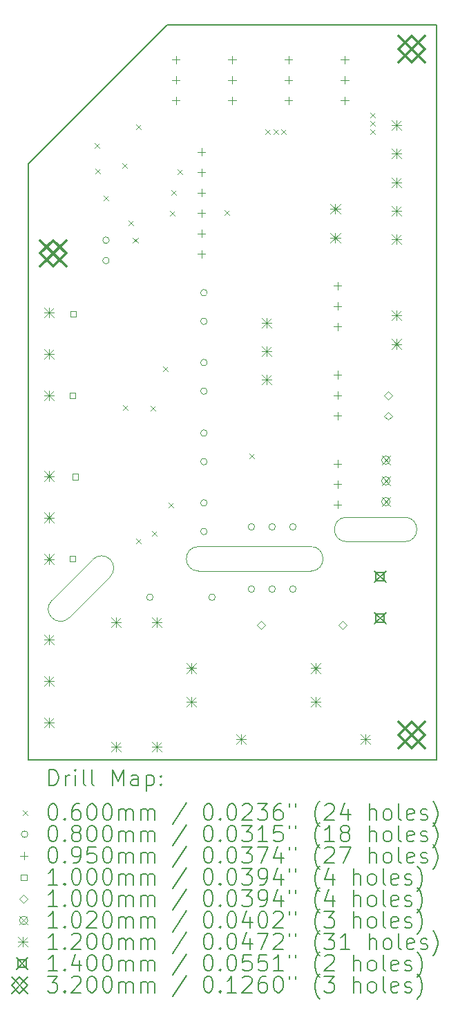
<source format=gbr>
%TF.GenerationSoftware,KiCad,Pcbnew,7.0.11-7.0.11~ubuntu22.04.1*%
%TF.CreationDate,2024-03-11T04:50:14+03:00*%
%TF.ProjectId,MSConn,4d53436f-6e6e-42e6-9b69-6361645f7063,rev?*%
%TF.SameCoordinates,PX5f5e100PY5f5e100*%
%TF.FileFunction,Drillmap*%
%TF.FilePolarity,Positive*%
%FSLAX45Y45*%
G04 Gerber Fmt 4.5, Leading zero omitted, Abs format (unit mm)*
G04 Created by KiCad (PCBNEW 7.0.11-7.0.11~ubuntu22.04.1) date 2024-03-11 04:50:14*
%MOMM*%
%LPD*%
G01*
G04 APERTURE LIST*
%ADD10C,0.100000*%
%ADD11C,0.160000*%
%ADD12C,0.200000*%
%ADD13C,0.102000*%
%ADD14C,0.120000*%
%ADD15C,0.140000*%
%ADD16C,0.320000*%
G04 APERTURE END LIST*
D10*
X3900000Y2970000D02*
X4610000Y2970000D01*
D11*
X5000000Y0D02*
X0Y0D01*
D10*
X2085000Y2310000D02*
X3460000Y2310000D01*
D11*
X1700000Y9000000D02*
X5000000Y9000000D01*
X0Y7300000D02*
X0Y0D01*
D10*
X286845Y1951109D02*
X788891Y2453155D01*
X3460000Y2310000D02*
G75*
G03*
X3460000Y2610000I0J150000D01*
G01*
D11*
X5000000Y9000000D02*
X5000000Y0D01*
D10*
X4610000Y2670000D02*
G75*
G03*
X4610000Y2970000I0J150000D01*
G01*
X2085000Y2610000D02*
X3460000Y2610000D01*
D11*
X1700000Y9000000D02*
X0Y7300000D01*
D10*
X1001023Y2241023D02*
G75*
G03*
X788891Y2453155I-106066J106066D01*
G01*
X3900000Y2970000D02*
G75*
G03*
X3900000Y2670000I0J-150000D01*
G01*
X286845Y1951109D02*
G75*
G03*
X498977Y1738977I106066J-106066D01*
G01*
X2085000Y2610000D02*
G75*
G03*
X2085000Y2310000I0J-150000D01*
G01*
X3900000Y2670000D02*
X4610000Y2670000D01*
X498977Y1738977D02*
X1001023Y2241023D01*
D12*
D10*
X811316Y7548681D02*
X871316Y7488681D01*
X871316Y7548681D02*
X811316Y7488681D01*
X822500Y7234320D02*
X882500Y7174320D01*
X882500Y7234320D02*
X822500Y7174320D01*
X917035Y6908883D02*
X977035Y6848883D01*
X977035Y6908883D02*
X917035Y6848883D01*
X1148238Y7305603D02*
X1208238Y7245603D01*
X1208238Y7305603D02*
X1148238Y7245603D01*
X1160687Y4340804D02*
X1220687Y4280804D01*
X1220687Y4340804D02*
X1160687Y4280804D01*
X1224069Y6603863D02*
X1284069Y6543863D01*
X1284069Y6603863D02*
X1224069Y6543863D01*
X1280000Y6391762D02*
X1340000Y6331762D01*
X1340000Y6391762D02*
X1280000Y6331762D01*
X1320000Y7780000D02*
X1380000Y7720000D01*
X1380000Y7780000D02*
X1320000Y7720000D01*
X1320000Y2709999D02*
X1380000Y2649999D01*
X1380000Y2709999D02*
X1320000Y2649999D01*
X1500000Y4330000D02*
X1560000Y4270000D01*
X1560000Y4330000D02*
X1500000Y4270000D01*
X1513281Y2800957D02*
X1573281Y2740957D01*
X1573281Y2800957D02*
X1513281Y2740957D01*
X1645000Y4813443D02*
X1705000Y4753443D01*
X1705000Y4813443D02*
X1645000Y4753443D01*
X1718685Y3151250D02*
X1778685Y3091250D01*
X1778685Y3151250D02*
X1718685Y3091250D01*
X1730000Y6720000D02*
X1790000Y6660000D01*
X1790000Y6720000D02*
X1730000Y6660000D01*
X1750000Y6973863D02*
X1810000Y6913863D01*
X1810000Y6973863D02*
X1750000Y6913863D01*
X1828422Y7232247D02*
X1888422Y7172247D01*
X1888422Y7232247D02*
X1828422Y7172247D01*
X2400000Y6730000D02*
X2460000Y6670000D01*
X2460000Y6730000D02*
X2400000Y6670000D01*
X2710000Y3750000D02*
X2770000Y3690000D01*
X2770000Y3750000D02*
X2710000Y3690000D01*
X2900000Y7720000D02*
X2960000Y7660000D01*
X2960000Y7720000D02*
X2900000Y7660000D01*
X3000000Y7720000D02*
X3060000Y7660000D01*
X3060000Y7720000D02*
X3000000Y7660000D01*
X3100000Y7720000D02*
X3160000Y7660000D01*
X3160000Y7720000D02*
X3100000Y7660000D01*
X4190000Y7920000D02*
X4250000Y7860000D01*
X4250000Y7920000D02*
X4190000Y7860000D01*
X4190000Y7820000D02*
X4250000Y7760000D01*
X4250000Y7820000D02*
X4190000Y7760000D01*
X4190000Y7720000D02*
X4250000Y7660000D01*
X4250000Y7720000D02*
X4190000Y7660000D01*
X990000Y6361762D02*
G75*
G03*
X910000Y6361762I-40000J0D01*
G01*
X910000Y6361762D02*
G75*
G03*
X990000Y6361762I40000J0D01*
G01*
X990000Y6111762D02*
G75*
G03*
X910000Y6111762I-40000J0D01*
G01*
X910000Y6111762D02*
G75*
G03*
X990000Y6111762I40000J0D01*
G01*
X1528000Y1990000D02*
G75*
G03*
X1448000Y1990000I-40000J0D01*
G01*
X1448000Y1990000D02*
G75*
G03*
X1528000Y1990000I40000J0D01*
G01*
X2190000Y5718400D02*
G75*
G03*
X2110000Y5718400I-40000J0D01*
G01*
X2110000Y5718400D02*
G75*
G03*
X2190000Y5718400I40000J0D01*
G01*
X2190000Y5368400D02*
G75*
G03*
X2110000Y5368400I-40000J0D01*
G01*
X2110000Y5368400D02*
G75*
G03*
X2190000Y5368400I40000J0D01*
G01*
X2190000Y4863135D02*
G75*
G03*
X2110000Y4863135I-40000J0D01*
G01*
X2110000Y4863135D02*
G75*
G03*
X2190000Y4863135I40000J0D01*
G01*
X2190000Y4513135D02*
G75*
G03*
X2110000Y4513135I-40000J0D01*
G01*
X2110000Y4513135D02*
G75*
G03*
X2190000Y4513135I40000J0D01*
G01*
X2190000Y4000000D02*
G75*
G03*
X2110000Y4000000I-40000J0D01*
G01*
X2110000Y4000000D02*
G75*
G03*
X2190000Y4000000I40000J0D01*
G01*
X2190000Y3650000D02*
G75*
G03*
X2110000Y3650000I-40000J0D01*
G01*
X2110000Y3650000D02*
G75*
G03*
X2190000Y3650000I40000J0D01*
G01*
X2190000Y3144735D02*
G75*
G03*
X2110000Y3144735I-40000J0D01*
G01*
X2110000Y3144735D02*
G75*
G03*
X2190000Y3144735I40000J0D01*
G01*
X2190000Y2794735D02*
G75*
G03*
X2110000Y2794735I-40000J0D01*
G01*
X2110000Y2794735D02*
G75*
G03*
X2190000Y2794735I40000J0D01*
G01*
X2290000Y1990000D02*
G75*
G03*
X2210000Y1990000I-40000J0D01*
G01*
X2210000Y1990000D02*
G75*
G03*
X2290000Y1990000I40000J0D01*
G01*
X2772000Y2852000D02*
G75*
G03*
X2692000Y2852000I-40000J0D01*
G01*
X2692000Y2852000D02*
G75*
G03*
X2772000Y2852000I40000J0D01*
G01*
X2772000Y2090000D02*
G75*
G03*
X2692000Y2090000I-40000J0D01*
G01*
X2692000Y2090000D02*
G75*
G03*
X2772000Y2090000I40000J0D01*
G01*
X3026000Y2852000D02*
G75*
G03*
X2946000Y2852000I-40000J0D01*
G01*
X2946000Y2852000D02*
G75*
G03*
X3026000Y2852000I40000J0D01*
G01*
X3026000Y2090000D02*
G75*
G03*
X2946000Y2090000I-40000J0D01*
G01*
X2946000Y2090000D02*
G75*
G03*
X3026000Y2090000I40000J0D01*
G01*
X3280000Y2852000D02*
G75*
G03*
X3200000Y2852000I-40000J0D01*
G01*
X3200000Y2852000D02*
G75*
G03*
X3280000Y2852000I40000J0D01*
G01*
X3280000Y2090000D02*
G75*
G03*
X3200000Y2090000I-40000J0D01*
G01*
X3200000Y2090000D02*
G75*
G03*
X3280000Y2090000I40000J0D01*
G01*
X1806315Y8620635D02*
X1806315Y8525635D01*
X1758815Y8573135D02*
X1853815Y8573135D01*
X1806315Y8370635D02*
X1806315Y8275635D01*
X1758815Y8323135D02*
X1853815Y8323135D01*
X1806315Y8120635D02*
X1806315Y8025635D01*
X1758815Y8073135D02*
X1853815Y8073135D01*
X2121315Y7490635D02*
X2121315Y7395635D01*
X2073815Y7443135D02*
X2168815Y7443135D01*
X2121315Y7240635D02*
X2121315Y7145635D01*
X2073815Y7193135D02*
X2168815Y7193135D01*
X2121315Y6990635D02*
X2121315Y6895635D01*
X2073815Y6943135D02*
X2168815Y6943135D01*
X2121315Y6740635D02*
X2121315Y6645635D01*
X2073815Y6693135D02*
X2168815Y6693135D01*
X2121315Y6490635D02*
X2121315Y6395635D01*
X2073815Y6443135D02*
X2168815Y6443135D01*
X2121315Y6240635D02*
X2121315Y6145635D01*
X2073815Y6193135D02*
X2168815Y6193135D01*
X2496315Y8620635D02*
X2496315Y8525635D01*
X2448815Y8573135D02*
X2543815Y8573135D01*
X2496315Y8370635D02*
X2496315Y8275635D01*
X2448815Y8323135D02*
X2543815Y8323135D01*
X2496315Y8120635D02*
X2496315Y8025635D01*
X2448815Y8073135D02*
X2543815Y8073135D01*
X3186315Y8620635D02*
X3186315Y8525635D01*
X3138815Y8573135D02*
X3233815Y8573135D01*
X3186315Y8370635D02*
X3186315Y8275635D01*
X3138815Y8323135D02*
X3233815Y8323135D01*
X3186315Y8120635D02*
X3186315Y8025635D01*
X3138815Y8073135D02*
X3233815Y8073135D01*
X3787500Y4760635D02*
X3787500Y4665635D01*
X3740000Y4713135D02*
X3835000Y4713135D01*
X3787500Y4510635D02*
X3787500Y4415635D01*
X3740000Y4463135D02*
X3835000Y4463135D01*
X3787500Y4260635D02*
X3787500Y4165635D01*
X3740000Y4213135D02*
X3835000Y4213135D01*
X3790000Y5850635D02*
X3790000Y5755635D01*
X3742500Y5803135D02*
X3837500Y5803135D01*
X3790000Y5600635D02*
X3790000Y5505635D01*
X3742500Y5553135D02*
X3837500Y5553135D01*
X3790000Y5350635D02*
X3790000Y5255635D01*
X3742500Y5303135D02*
X3837500Y5303135D01*
X3790000Y3670635D02*
X3790000Y3575635D01*
X3742500Y3623135D02*
X3837500Y3623135D01*
X3790000Y3420635D02*
X3790000Y3325635D01*
X3742500Y3373135D02*
X3837500Y3373135D01*
X3790000Y3170635D02*
X3790000Y3075635D01*
X3742500Y3123135D02*
X3837500Y3123135D01*
X3876315Y8620635D02*
X3876315Y8525635D01*
X3828815Y8573135D02*
X3923815Y8573135D01*
X3876315Y8370635D02*
X3876315Y8275635D01*
X3828815Y8323135D02*
X3923815Y8323135D01*
X3876315Y8120635D02*
X3876315Y8025635D01*
X3828815Y8073135D02*
X3923815Y8073135D01*
X575356Y4424644D02*
X575356Y4495355D01*
X504644Y4495355D01*
X504644Y4424644D01*
X575356Y4424644D01*
X575356Y2424644D02*
X575356Y2495356D01*
X504644Y2495356D01*
X504644Y2424644D01*
X575356Y2424644D01*
X585356Y5424644D02*
X585356Y5495356D01*
X514644Y5495356D01*
X514644Y5424644D01*
X585356Y5424644D01*
X610491Y3429509D02*
X610491Y3500221D01*
X539779Y3500221D01*
X539779Y3429509D01*
X610491Y3429509D01*
X2850000Y1600000D02*
X2900000Y1650000D01*
X2850000Y1700000D01*
X2800000Y1650000D01*
X2850000Y1600000D01*
X3850000Y1600000D02*
X3900000Y1650000D01*
X3850000Y1700000D01*
X3800000Y1650000D01*
X3850000Y1600000D01*
X4410000Y4410000D02*
X4460000Y4460000D01*
X4410000Y4510000D01*
X4360000Y4460000D01*
X4410000Y4410000D01*
X4410000Y4160000D02*
X4460000Y4210000D01*
X4410000Y4260000D01*
X4360000Y4210000D01*
X4410000Y4160000D01*
D13*
X4329000Y3719000D02*
X4431000Y3617000D01*
X4431000Y3719000D02*
X4329000Y3617000D01*
X4431000Y3668000D02*
G75*
G03*
X4329000Y3668000I-51000J0D01*
G01*
X4329000Y3668000D02*
G75*
G03*
X4431000Y3668000I51000J0D01*
G01*
X4329000Y3465000D02*
X4431000Y3363000D01*
X4431000Y3465000D02*
X4329000Y3363000D01*
X4431000Y3414000D02*
G75*
G03*
X4329000Y3414000I-51000J0D01*
G01*
X4329000Y3414000D02*
G75*
G03*
X4431000Y3414000I51000J0D01*
G01*
X4329000Y3211000D02*
X4431000Y3109000D01*
X4431000Y3211000D02*
X4329000Y3109000D01*
X4431000Y3160000D02*
G75*
G03*
X4329000Y3160000I-51000J0D01*
G01*
X4329000Y3160000D02*
G75*
G03*
X4431000Y3160000I51000J0D01*
G01*
D14*
X190000Y5533135D02*
X310000Y5413135D01*
X310000Y5533135D02*
X190000Y5413135D01*
X250000Y5533135D02*
X250000Y5413135D01*
X190000Y5473135D02*
X310000Y5473135D01*
X190000Y5025135D02*
X310000Y4905135D01*
X310000Y5025135D02*
X190000Y4905135D01*
X250000Y5025135D02*
X250000Y4905135D01*
X190000Y4965135D02*
X310000Y4965135D01*
X190000Y4517135D02*
X310000Y4397135D01*
X310000Y4517135D02*
X190000Y4397135D01*
X250000Y4517135D02*
X250000Y4397135D01*
X190000Y4457135D02*
X310000Y4457135D01*
X190000Y3533135D02*
X310000Y3413135D01*
X310000Y3533135D02*
X190000Y3413135D01*
X250000Y3533135D02*
X250000Y3413135D01*
X190000Y3473135D02*
X310000Y3473135D01*
X190000Y3025135D02*
X310000Y2905135D01*
X310000Y3025135D02*
X190000Y2905135D01*
X250000Y3025135D02*
X250000Y2905135D01*
X190000Y2965135D02*
X310000Y2965135D01*
X190000Y2517135D02*
X310000Y2397135D01*
X310000Y2517135D02*
X190000Y2397135D01*
X250000Y2517135D02*
X250000Y2397135D01*
X190000Y2457135D02*
X310000Y2457135D01*
X190000Y1533135D02*
X310000Y1413135D01*
X310000Y1533135D02*
X190000Y1413135D01*
X250000Y1533135D02*
X250000Y1413135D01*
X190000Y1473135D02*
X310000Y1473135D01*
X190000Y1025135D02*
X310000Y905135D01*
X310000Y1025135D02*
X190000Y905135D01*
X250000Y1025135D02*
X250000Y905135D01*
X190000Y965135D02*
X310000Y965135D01*
X190000Y517135D02*
X310000Y397135D01*
X310000Y517135D02*
X190000Y397135D01*
X250000Y517135D02*
X250000Y397135D01*
X190000Y457135D02*
X310000Y457135D01*
X1010000Y1744000D02*
X1130000Y1624000D01*
X1130000Y1744000D02*
X1010000Y1624000D01*
X1070000Y1744000D02*
X1070000Y1624000D01*
X1010000Y1684000D02*
X1130000Y1684000D01*
X1010000Y220000D02*
X1130000Y100000D01*
X1130000Y220000D02*
X1010000Y100000D01*
X1070000Y220000D02*
X1070000Y100000D01*
X1010000Y160000D02*
X1130000Y160000D01*
X1510000Y1744000D02*
X1630000Y1624000D01*
X1630000Y1744000D02*
X1510000Y1624000D01*
X1570000Y1744000D02*
X1570000Y1624000D01*
X1510000Y1684000D02*
X1630000Y1684000D01*
X1510000Y220000D02*
X1630000Y100000D01*
X1630000Y220000D02*
X1510000Y100000D01*
X1570000Y220000D02*
X1570000Y100000D01*
X1510000Y160000D02*
X1630000Y160000D01*
X1936000Y1180000D02*
X2056000Y1060000D01*
X2056000Y1180000D02*
X1936000Y1060000D01*
X1996000Y1180000D02*
X1996000Y1060000D01*
X1936000Y1120000D02*
X2056000Y1120000D01*
X1936000Y770000D02*
X2056000Y650000D01*
X2056000Y770000D02*
X1936000Y650000D01*
X1996000Y770000D02*
X1996000Y650000D01*
X1936000Y710000D02*
X2056000Y710000D01*
X2546000Y310000D02*
X2666000Y190000D01*
X2666000Y310000D02*
X2546000Y190000D01*
X2606000Y310000D02*
X2606000Y190000D01*
X2546000Y250000D02*
X2666000Y250000D01*
X2855750Y5411750D02*
X2975750Y5291750D01*
X2975750Y5411750D02*
X2855750Y5291750D01*
X2915750Y5411750D02*
X2915750Y5291750D01*
X2855750Y5351750D02*
X2975750Y5351750D01*
X2855750Y5061750D02*
X2975750Y4941750D01*
X2975750Y5061750D02*
X2855750Y4941750D01*
X2915750Y5061750D02*
X2915750Y4941750D01*
X2855750Y5001750D02*
X2975750Y5001750D01*
X2855750Y4711750D02*
X2975750Y4591750D01*
X2975750Y4711750D02*
X2855750Y4591750D01*
X2915750Y4711750D02*
X2915750Y4591750D01*
X2855750Y4651750D02*
X2975750Y4651750D01*
X3460000Y1180000D02*
X3580000Y1060000D01*
X3580000Y1180000D02*
X3460000Y1060000D01*
X3520000Y1180000D02*
X3520000Y1060000D01*
X3460000Y1120000D02*
X3580000Y1120000D01*
X3460000Y770000D02*
X3580000Y650000D01*
X3580000Y770000D02*
X3460000Y650000D01*
X3520000Y770000D02*
X3520000Y650000D01*
X3460000Y710000D02*
X3580000Y710000D01*
X3701315Y6803135D02*
X3821315Y6683135D01*
X3821315Y6803135D02*
X3701315Y6683135D01*
X3761315Y6803135D02*
X3761315Y6683135D01*
X3701315Y6743135D02*
X3821315Y6743135D01*
X3701315Y6453135D02*
X3821315Y6333135D01*
X3821315Y6453135D02*
X3701315Y6333135D01*
X3761315Y6453135D02*
X3761315Y6333135D01*
X3701315Y6393135D02*
X3821315Y6393135D01*
X4070000Y310000D02*
X4190000Y190000D01*
X4190000Y310000D02*
X4070000Y190000D01*
X4130000Y310000D02*
X4130000Y190000D01*
X4070000Y250000D02*
X4190000Y250000D01*
X4450000Y7830000D02*
X4570000Y7710000D01*
X4570000Y7830000D02*
X4450000Y7710000D01*
X4510000Y7830000D02*
X4510000Y7710000D01*
X4450000Y7770000D02*
X4570000Y7770000D01*
X4450000Y7480000D02*
X4570000Y7360000D01*
X4570000Y7480000D02*
X4450000Y7360000D01*
X4510000Y7480000D02*
X4510000Y7360000D01*
X4450000Y7420000D02*
X4570000Y7420000D01*
X4450000Y7130000D02*
X4570000Y7010000D01*
X4570000Y7130000D02*
X4450000Y7010000D01*
X4510000Y7130000D02*
X4510000Y7010000D01*
X4450000Y7070000D02*
X4570000Y7070000D01*
X4450000Y6780000D02*
X4570000Y6660000D01*
X4570000Y6780000D02*
X4450000Y6660000D01*
X4510000Y6780000D02*
X4510000Y6660000D01*
X4450000Y6720000D02*
X4570000Y6720000D01*
X4450000Y6430000D02*
X4570000Y6310000D01*
X4570000Y6430000D02*
X4450000Y6310000D01*
X4510000Y6430000D02*
X4510000Y6310000D01*
X4450000Y6370000D02*
X4570000Y6370000D01*
X4450000Y5500000D02*
X4570000Y5380000D01*
X4570000Y5500000D02*
X4450000Y5380000D01*
X4510000Y5500000D02*
X4510000Y5380000D01*
X4450000Y5440000D02*
X4570000Y5440000D01*
X4450000Y5150000D02*
X4570000Y5030000D01*
X4570000Y5150000D02*
X4450000Y5030000D01*
X4510000Y5150000D02*
X4510000Y5030000D01*
X4450000Y5090000D02*
X4570000Y5090000D01*
D15*
X4240000Y2310000D02*
X4380000Y2170000D01*
X4380000Y2310000D02*
X4240000Y2170000D01*
X4359498Y2190502D02*
X4359498Y2289498D01*
X4260502Y2289498D01*
X4260502Y2190502D01*
X4359498Y2190502D01*
X4240000Y1802000D02*
X4380000Y1662000D01*
X4380000Y1802000D02*
X4240000Y1662000D01*
X4359498Y1682502D02*
X4359498Y1781498D01*
X4260502Y1781498D01*
X4260502Y1682502D01*
X4359498Y1682502D01*
D16*
X140000Y6360000D02*
X460000Y6040000D01*
X460000Y6360000D02*
X140000Y6040000D01*
X300000Y6040000D02*
X460000Y6200000D01*
X300000Y6360000D01*
X140000Y6200000D01*
X300000Y6040000D01*
X4540000Y8860000D02*
X4860000Y8540000D01*
X4860000Y8860000D02*
X4540000Y8540000D01*
X4700000Y8540000D02*
X4860000Y8700000D01*
X4700000Y8860000D01*
X4540000Y8700000D01*
X4700000Y8540000D01*
X4540000Y460000D02*
X4860000Y140000D01*
X4860000Y460000D02*
X4540000Y140000D01*
X4700000Y140000D02*
X4860000Y300000D01*
X4700000Y460000D01*
X4540000Y300000D01*
X4700000Y140000D01*
D12*
X252777Y-319484D02*
X252777Y-119484D01*
X252777Y-119484D02*
X300396Y-119484D01*
X300396Y-119484D02*
X328967Y-129008D01*
X328967Y-129008D02*
X348015Y-148055D01*
X348015Y-148055D02*
X357539Y-167103D01*
X357539Y-167103D02*
X367062Y-205198D01*
X367062Y-205198D02*
X367062Y-233769D01*
X367062Y-233769D02*
X357539Y-271865D01*
X357539Y-271865D02*
X348015Y-290912D01*
X348015Y-290912D02*
X328967Y-309960D01*
X328967Y-309960D02*
X300396Y-319484D01*
X300396Y-319484D02*
X252777Y-319484D01*
X452777Y-319484D02*
X452777Y-186150D01*
X452777Y-224246D02*
X462301Y-205198D01*
X462301Y-205198D02*
X471824Y-195674D01*
X471824Y-195674D02*
X490872Y-186150D01*
X490872Y-186150D02*
X509920Y-186150D01*
X576586Y-319484D02*
X576586Y-186150D01*
X576586Y-119484D02*
X567063Y-129008D01*
X567063Y-129008D02*
X576586Y-138531D01*
X576586Y-138531D02*
X586110Y-129008D01*
X586110Y-129008D02*
X576586Y-119484D01*
X576586Y-119484D02*
X576586Y-138531D01*
X700396Y-319484D02*
X681348Y-309960D01*
X681348Y-309960D02*
X671824Y-290912D01*
X671824Y-290912D02*
X671824Y-119484D01*
X805158Y-319484D02*
X786110Y-309960D01*
X786110Y-309960D02*
X776586Y-290912D01*
X776586Y-290912D02*
X776586Y-119484D01*
X1033729Y-319484D02*
X1033729Y-119484D01*
X1033729Y-119484D02*
X1100396Y-262341D01*
X1100396Y-262341D02*
X1167063Y-119484D01*
X1167063Y-119484D02*
X1167063Y-319484D01*
X1348015Y-319484D02*
X1348015Y-214722D01*
X1348015Y-214722D02*
X1338491Y-195674D01*
X1338491Y-195674D02*
X1319444Y-186150D01*
X1319444Y-186150D02*
X1281348Y-186150D01*
X1281348Y-186150D02*
X1262301Y-195674D01*
X1348015Y-309960D02*
X1328967Y-319484D01*
X1328967Y-319484D02*
X1281348Y-319484D01*
X1281348Y-319484D02*
X1262301Y-309960D01*
X1262301Y-309960D02*
X1252777Y-290912D01*
X1252777Y-290912D02*
X1252777Y-271865D01*
X1252777Y-271865D02*
X1262301Y-252817D01*
X1262301Y-252817D02*
X1281348Y-243293D01*
X1281348Y-243293D02*
X1328967Y-243293D01*
X1328967Y-243293D02*
X1348015Y-233769D01*
X1443253Y-186150D02*
X1443253Y-386150D01*
X1443253Y-195674D02*
X1462301Y-186150D01*
X1462301Y-186150D02*
X1500396Y-186150D01*
X1500396Y-186150D02*
X1519443Y-195674D01*
X1519443Y-195674D02*
X1528967Y-205198D01*
X1528967Y-205198D02*
X1538491Y-224246D01*
X1538491Y-224246D02*
X1538491Y-281389D01*
X1538491Y-281389D02*
X1528967Y-300436D01*
X1528967Y-300436D02*
X1519443Y-309960D01*
X1519443Y-309960D02*
X1500396Y-319484D01*
X1500396Y-319484D02*
X1462301Y-319484D01*
X1462301Y-319484D02*
X1443253Y-309960D01*
X1624205Y-300436D02*
X1633729Y-309960D01*
X1633729Y-309960D02*
X1624205Y-319484D01*
X1624205Y-319484D02*
X1614682Y-309960D01*
X1614682Y-309960D02*
X1624205Y-300436D01*
X1624205Y-300436D02*
X1624205Y-319484D01*
X1624205Y-195674D02*
X1633729Y-205198D01*
X1633729Y-205198D02*
X1624205Y-214722D01*
X1624205Y-214722D02*
X1614682Y-205198D01*
X1614682Y-205198D02*
X1624205Y-195674D01*
X1624205Y-195674D02*
X1624205Y-214722D01*
D10*
X-68000Y-618000D02*
X-8000Y-678000D01*
X-8000Y-618000D02*
X-68000Y-678000D01*
D12*
X290872Y-539484D02*
X309920Y-539484D01*
X309920Y-539484D02*
X328967Y-549008D01*
X328967Y-549008D02*
X338491Y-558531D01*
X338491Y-558531D02*
X348015Y-577579D01*
X348015Y-577579D02*
X357539Y-615674D01*
X357539Y-615674D02*
X357539Y-663293D01*
X357539Y-663293D02*
X348015Y-701388D01*
X348015Y-701388D02*
X338491Y-720436D01*
X338491Y-720436D02*
X328967Y-729960D01*
X328967Y-729960D02*
X309920Y-739484D01*
X309920Y-739484D02*
X290872Y-739484D01*
X290872Y-739484D02*
X271824Y-729960D01*
X271824Y-729960D02*
X262301Y-720436D01*
X262301Y-720436D02*
X252777Y-701388D01*
X252777Y-701388D02*
X243253Y-663293D01*
X243253Y-663293D02*
X243253Y-615674D01*
X243253Y-615674D02*
X252777Y-577579D01*
X252777Y-577579D02*
X262301Y-558531D01*
X262301Y-558531D02*
X271824Y-549008D01*
X271824Y-549008D02*
X290872Y-539484D01*
X443253Y-720436D02*
X452777Y-729960D01*
X452777Y-729960D02*
X443253Y-739484D01*
X443253Y-739484D02*
X433729Y-729960D01*
X433729Y-729960D02*
X443253Y-720436D01*
X443253Y-720436D02*
X443253Y-739484D01*
X624205Y-539484D02*
X586110Y-539484D01*
X586110Y-539484D02*
X567063Y-549008D01*
X567063Y-549008D02*
X557539Y-558531D01*
X557539Y-558531D02*
X538491Y-587103D01*
X538491Y-587103D02*
X528967Y-625198D01*
X528967Y-625198D02*
X528967Y-701388D01*
X528967Y-701388D02*
X538491Y-720436D01*
X538491Y-720436D02*
X548015Y-729960D01*
X548015Y-729960D02*
X567063Y-739484D01*
X567063Y-739484D02*
X605158Y-739484D01*
X605158Y-739484D02*
X624205Y-729960D01*
X624205Y-729960D02*
X633729Y-720436D01*
X633729Y-720436D02*
X643253Y-701388D01*
X643253Y-701388D02*
X643253Y-653770D01*
X643253Y-653770D02*
X633729Y-634722D01*
X633729Y-634722D02*
X624205Y-625198D01*
X624205Y-625198D02*
X605158Y-615674D01*
X605158Y-615674D02*
X567063Y-615674D01*
X567063Y-615674D02*
X548015Y-625198D01*
X548015Y-625198D02*
X538491Y-634722D01*
X538491Y-634722D02*
X528967Y-653770D01*
X767062Y-539484D02*
X786110Y-539484D01*
X786110Y-539484D02*
X805158Y-549008D01*
X805158Y-549008D02*
X814682Y-558531D01*
X814682Y-558531D02*
X824205Y-577579D01*
X824205Y-577579D02*
X833729Y-615674D01*
X833729Y-615674D02*
X833729Y-663293D01*
X833729Y-663293D02*
X824205Y-701388D01*
X824205Y-701388D02*
X814682Y-720436D01*
X814682Y-720436D02*
X805158Y-729960D01*
X805158Y-729960D02*
X786110Y-739484D01*
X786110Y-739484D02*
X767062Y-739484D01*
X767062Y-739484D02*
X748015Y-729960D01*
X748015Y-729960D02*
X738491Y-720436D01*
X738491Y-720436D02*
X728967Y-701388D01*
X728967Y-701388D02*
X719443Y-663293D01*
X719443Y-663293D02*
X719443Y-615674D01*
X719443Y-615674D02*
X728967Y-577579D01*
X728967Y-577579D02*
X738491Y-558531D01*
X738491Y-558531D02*
X748015Y-549008D01*
X748015Y-549008D02*
X767062Y-539484D01*
X957539Y-539484D02*
X976586Y-539484D01*
X976586Y-539484D02*
X995634Y-549008D01*
X995634Y-549008D02*
X1005158Y-558531D01*
X1005158Y-558531D02*
X1014682Y-577579D01*
X1014682Y-577579D02*
X1024205Y-615674D01*
X1024205Y-615674D02*
X1024205Y-663293D01*
X1024205Y-663293D02*
X1014682Y-701388D01*
X1014682Y-701388D02*
X1005158Y-720436D01*
X1005158Y-720436D02*
X995634Y-729960D01*
X995634Y-729960D02*
X976586Y-739484D01*
X976586Y-739484D02*
X957539Y-739484D01*
X957539Y-739484D02*
X938491Y-729960D01*
X938491Y-729960D02*
X928967Y-720436D01*
X928967Y-720436D02*
X919443Y-701388D01*
X919443Y-701388D02*
X909920Y-663293D01*
X909920Y-663293D02*
X909920Y-615674D01*
X909920Y-615674D02*
X919443Y-577579D01*
X919443Y-577579D02*
X928967Y-558531D01*
X928967Y-558531D02*
X938491Y-549008D01*
X938491Y-549008D02*
X957539Y-539484D01*
X1109920Y-739484D02*
X1109920Y-606150D01*
X1109920Y-625198D02*
X1119444Y-615674D01*
X1119444Y-615674D02*
X1138491Y-606150D01*
X1138491Y-606150D02*
X1167063Y-606150D01*
X1167063Y-606150D02*
X1186110Y-615674D01*
X1186110Y-615674D02*
X1195634Y-634722D01*
X1195634Y-634722D02*
X1195634Y-739484D01*
X1195634Y-634722D02*
X1205158Y-615674D01*
X1205158Y-615674D02*
X1224205Y-606150D01*
X1224205Y-606150D02*
X1252777Y-606150D01*
X1252777Y-606150D02*
X1271825Y-615674D01*
X1271825Y-615674D02*
X1281348Y-634722D01*
X1281348Y-634722D02*
X1281348Y-739484D01*
X1376586Y-739484D02*
X1376586Y-606150D01*
X1376586Y-625198D02*
X1386110Y-615674D01*
X1386110Y-615674D02*
X1405158Y-606150D01*
X1405158Y-606150D02*
X1433729Y-606150D01*
X1433729Y-606150D02*
X1452777Y-615674D01*
X1452777Y-615674D02*
X1462301Y-634722D01*
X1462301Y-634722D02*
X1462301Y-739484D01*
X1462301Y-634722D02*
X1471824Y-615674D01*
X1471824Y-615674D02*
X1490872Y-606150D01*
X1490872Y-606150D02*
X1519443Y-606150D01*
X1519443Y-606150D02*
X1538491Y-615674D01*
X1538491Y-615674D02*
X1548015Y-634722D01*
X1548015Y-634722D02*
X1548015Y-739484D01*
X1938491Y-529960D02*
X1767063Y-787103D01*
X2195634Y-539484D02*
X2214682Y-539484D01*
X2214682Y-539484D02*
X2233729Y-549008D01*
X2233729Y-549008D02*
X2243253Y-558531D01*
X2243253Y-558531D02*
X2252777Y-577579D01*
X2252777Y-577579D02*
X2262301Y-615674D01*
X2262301Y-615674D02*
X2262301Y-663293D01*
X2262301Y-663293D02*
X2252777Y-701388D01*
X2252777Y-701388D02*
X2243253Y-720436D01*
X2243253Y-720436D02*
X2233729Y-729960D01*
X2233729Y-729960D02*
X2214682Y-739484D01*
X2214682Y-739484D02*
X2195634Y-739484D01*
X2195634Y-739484D02*
X2176587Y-729960D01*
X2176587Y-729960D02*
X2167063Y-720436D01*
X2167063Y-720436D02*
X2157539Y-701388D01*
X2157539Y-701388D02*
X2148015Y-663293D01*
X2148015Y-663293D02*
X2148015Y-615674D01*
X2148015Y-615674D02*
X2157539Y-577579D01*
X2157539Y-577579D02*
X2167063Y-558531D01*
X2167063Y-558531D02*
X2176587Y-549008D01*
X2176587Y-549008D02*
X2195634Y-539484D01*
X2348015Y-720436D02*
X2357539Y-729960D01*
X2357539Y-729960D02*
X2348015Y-739484D01*
X2348015Y-739484D02*
X2338491Y-729960D01*
X2338491Y-729960D02*
X2348015Y-720436D01*
X2348015Y-720436D02*
X2348015Y-739484D01*
X2481348Y-539484D02*
X2500396Y-539484D01*
X2500396Y-539484D02*
X2519444Y-549008D01*
X2519444Y-549008D02*
X2528968Y-558531D01*
X2528968Y-558531D02*
X2538491Y-577579D01*
X2538491Y-577579D02*
X2548015Y-615674D01*
X2548015Y-615674D02*
X2548015Y-663293D01*
X2548015Y-663293D02*
X2538491Y-701388D01*
X2538491Y-701388D02*
X2528968Y-720436D01*
X2528968Y-720436D02*
X2519444Y-729960D01*
X2519444Y-729960D02*
X2500396Y-739484D01*
X2500396Y-739484D02*
X2481348Y-739484D01*
X2481348Y-739484D02*
X2462301Y-729960D01*
X2462301Y-729960D02*
X2452777Y-720436D01*
X2452777Y-720436D02*
X2443253Y-701388D01*
X2443253Y-701388D02*
X2433729Y-663293D01*
X2433729Y-663293D02*
X2433729Y-615674D01*
X2433729Y-615674D02*
X2443253Y-577579D01*
X2443253Y-577579D02*
X2452777Y-558531D01*
X2452777Y-558531D02*
X2462301Y-549008D01*
X2462301Y-549008D02*
X2481348Y-539484D01*
X2624206Y-558531D02*
X2633729Y-549008D01*
X2633729Y-549008D02*
X2652777Y-539484D01*
X2652777Y-539484D02*
X2700396Y-539484D01*
X2700396Y-539484D02*
X2719444Y-549008D01*
X2719444Y-549008D02*
X2728968Y-558531D01*
X2728968Y-558531D02*
X2738491Y-577579D01*
X2738491Y-577579D02*
X2738491Y-596627D01*
X2738491Y-596627D02*
X2728968Y-625198D01*
X2728968Y-625198D02*
X2614682Y-739484D01*
X2614682Y-739484D02*
X2738491Y-739484D01*
X2805158Y-539484D02*
X2928967Y-539484D01*
X2928967Y-539484D02*
X2862301Y-615674D01*
X2862301Y-615674D02*
X2890872Y-615674D01*
X2890872Y-615674D02*
X2909920Y-625198D01*
X2909920Y-625198D02*
X2919444Y-634722D01*
X2919444Y-634722D02*
X2928967Y-653770D01*
X2928967Y-653770D02*
X2928967Y-701388D01*
X2928967Y-701388D02*
X2919444Y-720436D01*
X2919444Y-720436D02*
X2909920Y-729960D01*
X2909920Y-729960D02*
X2890872Y-739484D01*
X2890872Y-739484D02*
X2833729Y-739484D01*
X2833729Y-739484D02*
X2814682Y-729960D01*
X2814682Y-729960D02*
X2805158Y-720436D01*
X3100396Y-539484D02*
X3062301Y-539484D01*
X3062301Y-539484D02*
X3043253Y-549008D01*
X3043253Y-549008D02*
X3033729Y-558531D01*
X3033729Y-558531D02*
X3014682Y-587103D01*
X3014682Y-587103D02*
X3005158Y-625198D01*
X3005158Y-625198D02*
X3005158Y-701388D01*
X3005158Y-701388D02*
X3014682Y-720436D01*
X3014682Y-720436D02*
X3024206Y-729960D01*
X3024206Y-729960D02*
X3043253Y-739484D01*
X3043253Y-739484D02*
X3081348Y-739484D01*
X3081348Y-739484D02*
X3100396Y-729960D01*
X3100396Y-729960D02*
X3109920Y-720436D01*
X3109920Y-720436D02*
X3119444Y-701388D01*
X3119444Y-701388D02*
X3119444Y-653770D01*
X3119444Y-653770D02*
X3109920Y-634722D01*
X3109920Y-634722D02*
X3100396Y-625198D01*
X3100396Y-625198D02*
X3081348Y-615674D01*
X3081348Y-615674D02*
X3043253Y-615674D01*
X3043253Y-615674D02*
X3024206Y-625198D01*
X3024206Y-625198D02*
X3014682Y-634722D01*
X3014682Y-634722D02*
X3005158Y-653770D01*
X3195634Y-539484D02*
X3195634Y-577579D01*
X3271825Y-539484D02*
X3271825Y-577579D01*
X3567063Y-815674D02*
X3557539Y-806150D01*
X3557539Y-806150D02*
X3538491Y-777579D01*
X3538491Y-777579D02*
X3528968Y-758531D01*
X3528968Y-758531D02*
X3519444Y-729960D01*
X3519444Y-729960D02*
X3509920Y-682341D01*
X3509920Y-682341D02*
X3509920Y-644246D01*
X3509920Y-644246D02*
X3519444Y-596627D01*
X3519444Y-596627D02*
X3528968Y-568055D01*
X3528968Y-568055D02*
X3538491Y-549008D01*
X3538491Y-549008D02*
X3557539Y-520436D01*
X3557539Y-520436D02*
X3567063Y-510912D01*
X3633729Y-558531D02*
X3643253Y-549008D01*
X3643253Y-549008D02*
X3662301Y-539484D01*
X3662301Y-539484D02*
X3709920Y-539484D01*
X3709920Y-539484D02*
X3728968Y-549008D01*
X3728968Y-549008D02*
X3738491Y-558531D01*
X3738491Y-558531D02*
X3748015Y-577579D01*
X3748015Y-577579D02*
X3748015Y-596627D01*
X3748015Y-596627D02*
X3738491Y-625198D01*
X3738491Y-625198D02*
X3624206Y-739484D01*
X3624206Y-739484D02*
X3748015Y-739484D01*
X3919444Y-606150D02*
X3919444Y-739484D01*
X3871825Y-529960D02*
X3824206Y-672817D01*
X3824206Y-672817D02*
X3948015Y-672817D01*
X4176587Y-739484D02*
X4176587Y-539484D01*
X4262301Y-739484D02*
X4262301Y-634722D01*
X4262301Y-634722D02*
X4252777Y-615674D01*
X4252777Y-615674D02*
X4233730Y-606150D01*
X4233730Y-606150D02*
X4205158Y-606150D01*
X4205158Y-606150D02*
X4186110Y-615674D01*
X4186110Y-615674D02*
X4176587Y-625198D01*
X4386111Y-739484D02*
X4367063Y-729960D01*
X4367063Y-729960D02*
X4357539Y-720436D01*
X4357539Y-720436D02*
X4348015Y-701388D01*
X4348015Y-701388D02*
X4348015Y-644246D01*
X4348015Y-644246D02*
X4357539Y-625198D01*
X4357539Y-625198D02*
X4367063Y-615674D01*
X4367063Y-615674D02*
X4386111Y-606150D01*
X4386111Y-606150D02*
X4414682Y-606150D01*
X4414682Y-606150D02*
X4433730Y-615674D01*
X4433730Y-615674D02*
X4443253Y-625198D01*
X4443253Y-625198D02*
X4452777Y-644246D01*
X4452777Y-644246D02*
X4452777Y-701388D01*
X4452777Y-701388D02*
X4443253Y-720436D01*
X4443253Y-720436D02*
X4433730Y-729960D01*
X4433730Y-729960D02*
X4414682Y-739484D01*
X4414682Y-739484D02*
X4386111Y-739484D01*
X4567063Y-739484D02*
X4548015Y-729960D01*
X4548015Y-729960D02*
X4538492Y-710912D01*
X4538492Y-710912D02*
X4538492Y-539484D01*
X4719444Y-729960D02*
X4700396Y-739484D01*
X4700396Y-739484D02*
X4662301Y-739484D01*
X4662301Y-739484D02*
X4643253Y-729960D01*
X4643253Y-729960D02*
X4633730Y-710912D01*
X4633730Y-710912D02*
X4633730Y-634722D01*
X4633730Y-634722D02*
X4643253Y-615674D01*
X4643253Y-615674D02*
X4662301Y-606150D01*
X4662301Y-606150D02*
X4700396Y-606150D01*
X4700396Y-606150D02*
X4719444Y-615674D01*
X4719444Y-615674D02*
X4728968Y-634722D01*
X4728968Y-634722D02*
X4728968Y-653770D01*
X4728968Y-653770D02*
X4633730Y-672817D01*
X4805158Y-729960D02*
X4824206Y-739484D01*
X4824206Y-739484D02*
X4862301Y-739484D01*
X4862301Y-739484D02*
X4881349Y-729960D01*
X4881349Y-729960D02*
X4890873Y-710912D01*
X4890873Y-710912D02*
X4890873Y-701388D01*
X4890873Y-701388D02*
X4881349Y-682341D01*
X4881349Y-682341D02*
X4862301Y-672817D01*
X4862301Y-672817D02*
X4833730Y-672817D01*
X4833730Y-672817D02*
X4814682Y-663293D01*
X4814682Y-663293D02*
X4805158Y-644246D01*
X4805158Y-644246D02*
X4805158Y-634722D01*
X4805158Y-634722D02*
X4814682Y-615674D01*
X4814682Y-615674D02*
X4833730Y-606150D01*
X4833730Y-606150D02*
X4862301Y-606150D01*
X4862301Y-606150D02*
X4881349Y-615674D01*
X4957539Y-815674D02*
X4967063Y-806150D01*
X4967063Y-806150D02*
X4986111Y-777579D01*
X4986111Y-777579D02*
X4995634Y-758531D01*
X4995634Y-758531D02*
X5005158Y-729960D01*
X5005158Y-729960D02*
X5014682Y-682341D01*
X5014682Y-682341D02*
X5014682Y-644246D01*
X5014682Y-644246D02*
X5005158Y-596627D01*
X5005158Y-596627D02*
X4995634Y-568055D01*
X4995634Y-568055D02*
X4986111Y-549008D01*
X4986111Y-549008D02*
X4967063Y-520436D01*
X4967063Y-520436D02*
X4957539Y-510912D01*
D10*
X-8000Y-912000D02*
G75*
G03*
X-88000Y-912000I-40000J0D01*
G01*
X-88000Y-912000D02*
G75*
G03*
X-8000Y-912000I40000J0D01*
G01*
D12*
X290872Y-803484D02*
X309920Y-803484D01*
X309920Y-803484D02*
X328967Y-813008D01*
X328967Y-813008D02*
X338491Y-822531D01*
X338491Y-822531D02*
X348015Y-841579D01*
X348015Y-841579D02*
X357539Y-879674D01*
X357539Y-879674D02*
X357539Y-927293D01*
X357539Y-927293D02*
X348015Y-965388D01*
X348015Y-965388D02*
X338491Y-984436D01*
X338491Y-984436D02*
X328967Y-993960D01*
X328967Y-993960D02*
X309920Y-1003484D01*
X309920Y-1003484D02*
X290872Y-1003484D01*
X290872Y-1003484D02*
X271824Y-993960D01*
X271824Y-993960D02*
X262301Y-984436D01*
X262301Y-984436D02*
X252777Y-965388D01*
X252777Y-965388D02*
X243253Y-927293D01*
X243253Y-927293D02*
X243253Y-879674D01*
X243253Y-879674D02*
X252777Y-841579D01*
X252777Y-841579D02*
X262301Y-822531D01*
X262301Y-822531D02*
X271824Y-813008D01*
X271824Y-813008D02*
X290872Y-803484D01*
X443253Y-984436D02*
X452777Y-993960D01*
X452777Y-993960D02*
X443253Y-1003484D01*
X443253Y-1003484D02*
X433729Y-993960D01*
X433729Y-993960D02*
X443253Y-984436D01*
X443253Y-984436D02*
X443253Y-1003484D01*
X567063Y-889198D02*
X548015Y-879674D01*
X548015Y-879674D02*
X538491Y-870150D01*
X538491Y-870150D02*
X528967Y-851103D01*
X528967Y-851103D02*
X528967Y-841579D01*
X528967Y-841579D02*
X538491Y-822531D01*
X538491Y-822531D02*
X548015Y-813008D01*
X548015Y-813008D02*
X567063Y-803484D01*
X567063Y-803484D02*
X605158Y-803484D01*
X605158Y-803484D02*
X624205Y-813008D01*
X624205Y-813008D02*
X633729Y-822531D01*
X633729Y-822531D02*
X643253Y-841579D01*
X643253Y-841579D02*
X643253Y-851103D01*
X643253Y-851103D02*
X633729Y-870150D01*
X633729Y-870150D02*
X624205Y-879674D01*
X624205Y-879674D02*
X605158Y-889198D01*
X605158Y-889198D02*
X567063Y-889198D01*
X567063Y-889198D02*
X548015Y-898722D01*
X548015Y-898722D02*
X538491Y-908246D01*
X538491Y-908246D02*
X528967Y-927293D01*
X528967Y-927293D02*
X528967Y-965388D01*
X528967Y-965388D02*
X538491Y-984436D01*
X538491Y-984436D02*
X548015Y-993960D01*
X548015Y-993960D02*
X567063Y-1003484D01*
X567063Y-1003484D02*
X605158Y-1003484D01*
X605158Y-1003484D02*
X624205Y-993960D01*
X624205Y-993960D02*
X633729Y-984436D01*
X633729Y-984436D02*
X643253Y-965388D01*
X643253Y-965388D02*
X643253Y-927293D01*
X643253Y-927293D02*
X633729Y-908246D01*
X633729Y-908246D02*
X624205Y-898722D01*
X624205Y-898722D02*
X605158Y-889198D01*
X767062Y-803484D02*
X786110Y-803484D01*
X786110Y-803484D02*
X805158Y-813008D01*
X805158Y-813008D02*
X814682Y-822531D01*
X814682Y-822531D02*
X824205Y-841579D01*
X824205Y-841579D02*
X833729Y-879674D01*
X833729Y-879674D02*
X833729Y-927293D01*
X833729Y-927293D02*
X824205Y-965388D01*
X824205Y-965388D02*
X814682Y-984436D01*
X814682Y-984436D02*
X805158Y-993960D01*
X805158Y-993960D02*
X786110Y-1003484D01*
X786110Y-1003484D02*
X767062Y-1003484D01*
X767062Y-1003484D02*
X748015Y-993960D01*
X748015Y-993960D02*
X738491Y-984436D01*
X738491Y-984436D02*
X728967Y-965388D01*
X728967Y-965388D02*
X719443Y-927293D01*
X719443Y-927293D02*
X719443Y-879674D01*
X719443Y-879674D02*
X728967Y-841579D01*
X728967Y-841579D02*
X738491Y-822531D01*
X738491Y-822531D02*
X748015Y-813008D01*
X748015Y-813008D02*
X767062Y-803484D01*
X957539Y-803484D02*
X976586Y-803484D01*
X976586Y-803484D02*
X995634Y-813008D01*
X995634Y-813008D02*
X1005158Y-822531D01*
X1005158Y-822531D02*
X1014682Y-841579D01*
X1014682Y-841579D02*
X1024205Y-879674D01*
X1024205Y-879674D02*
X1024205Y-927293D01*
X1024205Y-927293D02*
X1014682Y-965388D01*
X1014682Y-965388D02*
X1005158Y-984436D01*
X1005158Y-984436D02*
X995634Y-993960D01*
X995634Y-993960D02*
X976586Y-1003484D01*
X976586Y-1003484D02*
X957539Y-1003484D01*
X957539Y-1003484D02*
X938491Y-993960D01*
X938491Y-993960D02*
X928967Y-984436D01*
X928967Y-984436D02*
X919443Y-965388D01*
X919443Y-965388D02*
X909920Y-927293D01*
X909920Y-927293D02*
X909920Y-879674D01*
X909920Y-879674D02*
X919443Y-841579D01*
X919443Y-841579D02*
X928967Y-822531D01*
X928967Y-822531D02*
X938491Y-813008D01*
X938491Y-813008D02*
X957539Y-803484D01*
X1109920Y-1003484D02*
X1109920Y-870150D01*
X1109920Y-889198D02*
X1119444Y-879674D01*
X1119444Y-879674D02*
X1138491Y-870150D01*
X1138491Y-870150D02*
X1167063Y-870150D01*
X1167063Y-870150D02*
X1186110Y-879674D01*
X1186110Y-879674D02*
X1195634Y-898722D01*
X1195634Y-898722D02*
X1195634Y-1003484D01*
X1195634Y-898722D02*
X1205158Y-879674D01*
X1205158Y-879674D02*
X1224205Y-870150D01*
X1224205Y-870150D02*
X1252777Y-870150D01*
X1252777Y-870150D02*
X1271825Y-879674D01*
X1271825Y-879674D02*
X1281348Y-898722D01*
X1281348Y-898722D02*
X1281348Y-1003484D01*
X1376586Y-1003484D02*
X1376586Y-870150D01*
X1376586Y-889198D02*
X1386110Y-879674D01*
X1386110Y-879674D02*
X1405158Y-870150D01*
X1405158Y-870150D02*
X1433729Y-870150D01*
X1433729Y-870150D02*
X1452777Y-879674D01*
X1452777Y-879674D02*
X1462301Y-898722D01*
X1462301Y-898722D02*
X1462301Y-1003484D01*
X1462301Y-898722D02*
X1471824Y-879674D01*
X1471824Y-879674D02*
X1490872Y-870150D01*
X1490872Y-870150D02*
X1519443Y-870150D01*
X1519443Y-870150D02*
X1538491Y-879674D01*
X1538491Y-879674D02*
X1548015Y-898722D01*
X1548015Y-898722D02*
X1548015Y-1003484D01*
X1938491Y-793960D02*
X1767063Y-1051103D01*
X2195634Y-803484D02*
X2214682Y-803484D01*
X2214682Y-803484D02*
X2233729Y-813008D01*
X2233729Y-813008D02*
X2243253Y-822531D01*
X2243253Y-822531D02*
X2252777Y-841579D01*
X2252777Y-841579D02*
X2262301Y-879674D01*
X2262301Y-879674D02*
X2262301Y-927293D01*
X2262301Y-927293D02*
X2252777Y-965388D01*
X2252777Y-965388D02*
X2243253Y-984436D01*
X2243253Y-984436D02*
X2233729Y-993960D01*
X2233729Y-993960D02*
X2214682Y-1003484D01*
X2214682Y-1003484D02*
X2195634Y-1003484D01*
X2195634Y-1003484D02*
X2176587Y-993960D01*
X2176587Y-993960D02*
X2167063Y-984436D01*
X2167063Y-984436D02*
X2157539Y-965388D01*
X2157539Y-965388D02*
X2148015Y-927293D01*
X2148015Y-927293D02*
X2148015Y-879674D01*
X2148015Y-879674D02*
X2157539Y-841579D01*
X2157539Y-841579D02*
X2167063Y-822531D01*
X2167063Y-822531D02*
X2176587Y-813008D01*
X2176587Y-813008D02*
X2195634Y-803484D01*
X2348015Y-984436D02*
X2357539Y-993960D01*
X2357539Y-993960D02*
X2348015Y-1003484D01*
X2348015Y-1003484D02*
X2338491Y-993960D01*
X2338491Y-993960D02*
X2348015Y-984436D01*
X2348015Y-984436D02*
X2348015Y-1003484D01*
X2481348Y-803484D02*
X2500396Y-803484D01*
X2500396Y-803484D02*
X2519444Y-813008D01*
X2519444Y-813008D02*
X2528968Y-822531D01*
X2528968Y-822531D02*
X2538491Y-841579D01*
X2538491Y-841579D02*
X2548015Y-879674D01*
X2548015Y-879674D02*
X2548015Y-927293D01*
X2548015Y-927293D02*
X2538491Y-965388D01*
X2538491Y-965388D02*
X2528968Y-984436D01*
X2528968Y-984436D02*
X2519444Y-993960D01*
X2519444Y-993960D02*
X2500396Y-1003484D01*
X2500396Y-1003484D02*
X2481348Y-1003484D01*
X2481348Y-1003484D02*
X2462301Y-993960D01*
X2462301Y-993960D02*
X2452777Y-984436D01*
X2452777Y-984436D02*
X2443253Y-965388D01*
X2443253Y-965388D02*
X2433729Y-927293D01*
X2433729Y-927293D02*
X2433729Y-879674D01*
X2433729Y-879674D02*
X2443253Y-841579D01*
X2443253Y-841579D02*
X2452777Y-822531D01*
X2452777Y-822531D02*
X2462301Y-813008D01*
X2462301Y-813008D02*
X2481348Y-803484D01*
X2614682Y-803484D02*
X2738491Y-803484D01*
X2738491Y-803484D02*
X2671825Y-879674D01*
X2671825Y-879674D02*
X2700396Y-879674D01*
X2700396Y-879674D02*
X2719444Y-889198D01*
X2719444Y-889198D02*
X2728968Y-898722D01*
X2728968Y-898722D02*
X2738491Y-917769D01*
X2738491Y-917769D02*
X2738491Y-965388D01*
X2738491Y-965388D02*
X2728968Y-984436D01*
X2728968Y-984436D02*
X2719444Y-993960D01*
X2719444Y-993960D02*
X2700396Y-1003484D01*
X2700396Y-1003484D02*
X2643253Y-1003484D01*
X2643253Y-1003484D02*
X2624206Y-993960D01*
X2624206Y-993960D02*
X2614682Y-984436D01*
X2928967Y-1003484D02*
X2814682Y-1003484D01*
X2871825Y-1003484D02*
X2871825Y-803484D01*
X2871825Y-803484D02*
X2852777Y-832055D01*
X2852777Y-832055D02*
X2833729Y-851103D01*
X2833729Y-851103D02*
X2814682Y-860627D01*
X3109920Y-803484D02*
X3014682Y-803484D01*
X3014682Y-803484D02*
X3005158Y-898722D01*
X3005158Y-898722D02*
X3014682Y-889198D01*
X3014682Y-889198D02*
X3033729Y-879674D01*
X3033729Y-879674D02*
X3081348Y-879674D01*
X3081348Y-879674D02*
X3100396Y-889198D01*
X3100396Y-889198D02*
X3109920Y-898722D01*
X3109920Y-898722D02*
X3119444Y-917769D01*
X3119444Y-917769D02*
X3119444Y-965388D01*
X3119444Y-965388D02*
X3109920Y-984436D01*
X3109920Y-984436D02*
X3100396Y-993960D01*
X3100396Y-993960D02*
X3081348Y-1003484D01*
X3081348Y-1003484D02*
X3033729Y-1003484D01*
X3033729Y-1003484D02*
X3014682Y-993960D01*
X3014682Y-993960D02*
X3005158Y-984436D01*
X3195634Y-803484D02*
X3195634Y-841579D01*
X3271825Y-803484D02*
X3271825Y-841579D01*
X3567063Y-1079674D02*
X3557539Y-1070150D01*
X3557539Y-1070150D02*
X3538491Y-1041579D01*
X3538491Y-1041579D02*
X3528968Y-1022531D01*
X3528968Y-1022531D02*
X3519444Y-993960D01*
X3519444Y-993960D02*
X3509920Y-946341D01*
X3509920Y-946341D02*
X3509920Y-908246D01*
X3509920Y-908246D02*
X3519444Y-860627D01*
X3519444Y-860627D02*
X3528968Y-832055D01*
X3528968Y-832055D02*
X3538491Y-813008D01*
X3538491Y-813008D02*
X3557539Y-784436D01*
X3557539Y-784436D02*
X3567063Y-774912D01*
X3748015Y-1003484D02*
X3633729Y-1003484D01*
X3690872Y-1003484D02*
X3690872Y-803484D01*
X3690872Y-803484D02*
X3671825Y-832055D01*
X3671825Y-832055D02*
X3652777Y-851103D01*
X3652777Y-851103D02*
X3633729Y-860627D01*
X3862301Y-889198D02*
X3843253Y-879674D01*
X3843253Y-879674D02*
X3833729Y-870150D01*
X3833729Y-870150D02*
X3824206Y-851103D01*
X3824206Y-851103D02*
X3824206Y-841579D01*
X3824206Y-841579D02*
X3833729Y-822531D01*
X3833729Y-822531D02*
X3843253Y-813008D01*
X3843253Y-813008D02*
X3862301Y-803484D01*
X3862301Y-803484D02*
X3900396Y-803484D01*
X3900396Y-803484D02*
X3919444Y-813008D01*
X3919444Y-813008D02*
X3928968Y-822531D01*
X3928968Y-822531D02*
X3938491Y-841579D01*
X3938491Y-841579D02*
X3938491Y-851103D01*
X3938491Y-851103D02*
X3928968Y-870150D01*
X3928968Y-870150D02*
X3919444Y-879674D01*
X3919444Y-879674D02*
X3900396Y-889198D01*
X3900396Y-889198D02*
X3862301Y-889198D01*
X3862301Y-889198D02*
X3843253Y-898722D01*
X3843253Y-898722D02*
X3833729Y-908246D01*
X3833729Y-908246D02*
X3824206Y-927293D01*
X3824206Y-927293D02*
X3824206Y-965388D01*
X3824206Y-965388D02*
X3833729Y-984436D01*
X3833729Y-984436D02*
X3843253Y-993960D01*
X3843253Y-993960D02*
X3862301Y-1003484D01*
X3862301Y-1003484D02*
X3900396Y-1003484D01*
X3900396Y-1003484D02*
X3919444Y-993960D01*
X3919444Y-993960D02*
X3928968Y-984436D01*
X3928968Y-984436D02*
X3938491Y-965388D01*
X3938491Y-965388D02*
X3938491Y-927293D01*
X3938491Y-927293D02*
X3928968Y-908246D01*
X3928968Y-908246D02*
X3919444Y-898722D01*
X3919444Y-898722D02*
X3900396Y-889198D01*
X4176587Y-1003484D02*
X4176587Y-803484D01*
X4262301Y-1003484D02*
X4262301Y-898722D01*
X4262301Y-898722D02*
X4252777Y-879674D01*
X4252777Y-879674D02*
X4233730Y-870150D01*
X4233730Y-870150D02*
X4205158Y-870150D01*
X4205158Y-870150D02*
X4186110Y-879674D01*
X4186110Y-879674D02*
X4176587Y-889198D01*
X4386111Y-1003484D02*
X4367063Y-993960D01*
X4367063Y-993960D02*
X4357539Y-984436D01*
X4357539Y-984436D02*
X4348015Y-965388D01*
X4348015Y-965388D02*
X4348015Y-908246D01*
X4348015Y-908246D02*
X4357539Y-889198D01*
X4357539Y-889198D02*
X4367063Y-879674D01*
X4367063Y-879674D02*
X4386111Y-870150D01*
X4386111Y-870150D02*
X4414682Y-870150D01*
X4414682Y-870150D02*
X4433730Y-879674D01*
X4433730Y-879674D02*
X4443253Y-889198D01*
X4443253Y-889198D02*
X4452777Y-908246D01*
X4452777Y-908246D02*
X4452777Y-965388D01*
X4452777Y-965388D02*
X4443253Y-984436D01*
X4443253Y-984436D02*
X4433730Y-993960D01*
X4433730Y-993960D02*
X4414682Y-1003484D01*
X4414682Y-1003484D02*
X4386111Y-1003484D01*
X4567063Y-1003484D02*
X4548015Y-993960D01*
X4548015Y-993960D02*
X4538492Y-974912D01*
X4538492Y-974912D02*
X4538492Y-803484D01*
X4719444Y-993960D02*
X4700396Y-1003484D01*
X4700396Y-1003484D02*
X4662301Y-1003484D01*
X4662301Y-1003484D02*
X4643253Y-993960D01*
X4643253Y-993960D02*
X4633730Y-974912D01*
X4633730Y-974912D02*
X4633730Y-898722D01*
X4633730Y-898722D02*
X4643253Y-879674D01*
X4643253Y-879674D02*
X4662301Y-870150D01*
X4662301Y-870150D02*
X4700396Y-870150D01*
X4700396Y-870150D02*
X4719444Y-879674D01*
X4719444Y-879674D02*
X4728968Y-898722D01*
X4728968Y-898722D02*
X4728968Y-917769D01*
X4728968Y-917769D02*
X4633730Y-936817D01*
X4805158Y-993960D02*
X4824206Y-1003484D01*
X4824206Y-1003484D02*
X4862301Y-1003484D01*
X4862301Y-1003484D02*
X4881349Y-993960D01*
X4881349Y-993960D02*
X4890873Y-974912D01*
X4890873Y-974912D02*
X4890873Y-965388D01*
X4890873Y-965388D02*
X4881349Y-946341D01*
X4881349Y-946341D02*
X4862301Y-936817D01*
X4862301Y-936817D02*
X4833730Y-936817D01*
X4833730Y-936817D02*
X4814682Y-927293D01*
X4814682Y-927293D02*
X4805158Y-908246D01*
X4805158Y-908246D02*
X4805158Y-898722D01*
X4805158Y-898722D02*
X4814682Y-879674D01*
X4814682Y-879674D02*
X4833730Y-870150D01*
X4833730Y-870150D02*
X4862301Y-870150D01*
X4862301Y-870150D02*
X4881349Y-879674D01*
X4957539Y-1079674D02*
X4967063Y-1070150D01*
X4967063Y-1070150D02*
X4986111Y-1041579D01*
X4986111Y-1041579D02*
X4995634Y-1022531D01*
X4995634Y-1022531D02*
X5005158Y-993960D01*
X5005158Y-993960D02*
X5014682Y-946341D01*
X5014682Y-946341D02*
X5014682Y-908246D01*
X5014682Y-908246D02*
X5005158Y-860627D01*
X5005158Y-860627D02*
X4995634Y-832055D01*
X4995634Y-832055D02*
X4986111Y-813008D01*
X4986111Y-813008D02*
X4967063Y-784436D01*
X4967063Y-784436D02*
X4957539Y-774912D01*
D10*
X-55500Y-1128500D02*
X-55500Y-1223500D01*
X-103000Y-1176000D02*
X-8000Y-1176000D01*
D12*
X290872Y-1067484D02*
X309920Y-1067484D01*
X309920Y-1067484D02*
X328967Y-1077008D01*
X328967Y-1077008D02*
X338491Y-1086531D01*
X338491Y-1086531D02*
X348015Y-1105579D01*
X348015Y-1105579D02*
X357539Y-1143674D01*
X357539Y-1143674D02*
X357539Y-1191293D01*
X357539Y-1191293D02*
X348015Y-1229389D01*
X348015Y-1229389D02*
X338491Y-1248436D01*
X338491Y-1248436D02*
X328967Y-1257960D01*
X328967Y-1257960D02*
X309920Y-1267484D01*
X309920Y-1267484D02*
X290872Y-1267484D01*
X290872Y-1267484D02*
X271824Y-1257960D01*
X271824Y-1257960D02*
X262301Y-1248436D01*
X262301Y-1248436D02*
X252777Y-1229389D01*
X252777Y-1229389D02*
X243253Y-1191293D01*
X243253Y-1191293D02*
X243253Y-1143674D01*
X243253Y-1143674D02*
X252777Y-1105579D01*
X252777Y-1105579D02*
X262301Y-1086531D01*
X262301Y-1086531D02*
X271824Y-1077008D01*
X271824Y-1077008D02*
X290872Y-1067484D01*
X443253Y-1248436D02*
X452777Y-1257960D01*
X452777Y-1257960D02*
X443253Y-1267484D01*
X443253Y-1267484D02*
X433729Y-1257960D01*
X433729Y-1257960D02*
X443253Y-1248436D01*
X443253Y-1248436D02*
X443253Y-1267484D01*
X548015Y-1267484D02*
X586110Y-1267484D01*
X586110Y-1267484D02*
X605158Y-1257960D01*
X605158Y-1257960D02*
X614682Y-1248436D01*
X614682Y-1248436D02*
X633729Y-1219865D01*
X633729Y-1219865D02*
X643253Y-1181770D01*
X643253Y-1181770D02*
X643253Y-1105579D01*
X643253Y-1105579D02*
X633729Y-1086531D01*
X633729Y-1086531D02*
X624205Y-1077008D01*
X624205Y-1077008D02*
X605158Y-1067484D01*
X605158Y-1067484D02*
X567063Y-1067484D01*
X567063Y-1067484D02*
X548015Y-1077008D01*
X548015Y-1077008D02*
X538491Y-1086531D01*
X538491Y-1086531D02*
X528967Y-1105579D01*
X528967Y-1105579D02*
X528967Y-1153198D01*
X528967Y-1153198D02*
X538491Y-1172246D01*
X538491Y-1172246D02*
X548015Y-1181770D01*
X548015Y-1181770D02*
X567063Y-1191293D01*
X567063Y-1191293D02*
X605158Y-1191293D01*
X605158Y-1191293D02*
X624205Y-1181770D01*
X624205Y-1181770D02*
X633729Y-1172246D01*
X633729Y-1172246D02*
X643253Y-1153198D01*
X824205Y-1067484D02*
X728967Y-1067484D01*
X728967Y-1067484D02*
X719443Y-1162722D01*
X719443Y-1162722D02*
X728967Y-1153198D01*
X728967Y-1153198D02*
X748015Y-1143674D01*
X748015Y-1143674D02*
X795634Y-1143674D01*
X795634Y-1143674D02*
X814682Y-1153198D01*
X814682Y-1153198D02*
X824205Y-1162722D01*
X824205Y-1162722D02*
X833729Y-1181770D01*
X833729Y-1181770D02*
X833729Y-1229389D01*
X833729Y-1229389D02*
X824205Y-1248436D01*
X824205Y-1248436D02*
X814682Y-1257960D01*
X814682Y-1257960D02*
X795634Y-1267484D01*
X795634Y-1267484D02*
X748015Y-1267484D01*
X748015Y-1267484D02*
X728967Y-1257960D01*
X728967Y-1257960D02*
X719443Y-1248436D01*
X957539Y-1067484D02*
X976586Y-1067484D01*
X976586Y-1067484D02*
X995634Y-1077008D01*
X995634Y-1077008D02*
X1005158Y-1086531D01*
X1005158Y-1086531D02*
X1014682Y-1105579D01*
X1014682Y-1105579D02*
X1024205Y-1143674D01*
X1024205Y-1143674D02*
X1024205Y-1191293D01*
X1024205Y-1191293D02*
X1014682Y-1229389D01*
X1014682Y-1229389D02*
X1005158Y-1248436D01*
X1005158Y-1248436D02*
X995634Y-1257960D01*
X995634Y-1257960D02*
X976586Y-1267484D01*
X976586Y-1267484D02*
X957539Y-1267484D01*
X957539Y-1267484D02*
X938491Y-1257960D01*
X938491Y-1257960D02*
X928967Y-1248436D01*
X928967Y-1248436D02*
X919443Y-1229389D01*
X919443Y-1229389D02*
X909920Y-1191293D01*
X909920Y-1191293D02*
X909920Y-1143674D01*
X909920Y-1143674D02*
X919443Y-1105579D01*
X919443Y-1105579D02*
X928967Y-1086531D01*
X928967Y-1086531D02*
X938491Y-1077008D01*
X938491Y-1077008D02*
X957539Y-1067484D01*
X1109920Y-1267484D02*
X1109920Y-1134150D01*
X1109920Y-1153198D02*
X1119444Y-1143674D01*
X1119444Y-1143674D02*
X1138491Y-1134150D01*
X1138491Y-1134150D02*
X1167063Y-1134150D01*
X1167063Y-1134150D02*
X1186110Y-1143674D01*
X1186110Y-1143674D02*
X1195634Y-1162722D01*
X1195634Y-1162722D02*
X1195634Y-1267484D01*
X1195634Y-1162722D02*
X1205158Y-1143674D01*
X1205158Y-1143674D02*
X1224205Y-1134150D01*
X1224205Y-1134150D02*
X1252777Y-1134150D01*
X1252777Y-1134150D02*
X1271825Y-1143674D01*
X1271825Y-1143674D02*
X1281348Y-1162722D01*
X1281348Y-1162722D02*
X1281348Y-1267484D01*
X1376586Y-1267484D02*
X1376586Y-1134150D01*
X1376586Y-1153198D02*
X1386110Y-1143674D01*
X1386110Y-1143674D02*
X1405158Y-1134150D01*
X1405158Y-1134150D02*
X1433729Y-1134150D01*
X1433729Y-1134150D02*
X1452777Y-1143674D01*
X1452777Y-1143674D02*
X1462301Y-1162722D01*
X1462301Y-1162722D02*
X1462301Y-1267484D01*
X1462301Y-1162722D02*
X1471824Y-1143674D01*
X1471824Y-1143674D02*
X1490872Y-1134150D01*
X1490872Y-1134150D02*
X1519443Y-1134150D01*
X1519443Y-1134150D02*
X1538491Y-1143674D01*
X1538491Y-1143674D02*
X1548015Y-1162722D01*
X1548015Y-1162722D02*
X1548015Y-1267484D01*
X1938491Y-1057960D02*
X1767063Y-1315103D01*
X2195634Y-1067484D02*
X2214682Y-1067484D01*
X2214682Y-1067484D02*
X2233729Y-1077008D01*
X2233729Y-1077008D02*
X2243253Y-1086531D01*
X2243253Y-1086531D02*
X2252777Y-1105579D01*
X2252777Y-1105579D02*
X2262301Y-1143674D01*
X2262301Y-1143674D02*
X2262301Y-1191293D01*
X2262301Y-1191293D02*
X2252777Y-1229389D01*
X2252777Y-1229389D02*
X2243253Y-1248436D01*
X2243253Y-1248436D02*
X2233729Y-1257960D01*
X2233729Y-1257960D02*
X2214682Y-1267484D01*
X2214682Y-1267484D02*
X2195634Y-1267484D01*
X2195634Y-1267484D02*
X2176587Y-1257960D01*
X2176587Y-1257960D02*
X2167063Y-1248436D01*
X2167063Y-1248436D02*
X2157539Y-1229389D01*
X2157539Y-1229389D02*
X2148015Y-1191293D01*
X2148015Y-1191293D02*
X2148015Y-1143674D01*
X2148015Y-1143674D02*
X2157539Y-1105579D01*
X2157539Y-1105579D02*
X2167063Y-1086531D01*
X2167063Y-1086531D02*
X2176587Y-1077008D01*
X2176587Y-1077008D02*
X2195634Y-1067484D01*
X2348015Y-1248436D02*
X2357539Y-1257960D01*
X2357539Y-1257960D02*
X2348015Y-1267484D01*
X2348015Y-1267484D02*
X2338491Y-1257960D01*
X2338491Y-1257960D02*
X2348015Y-1248436D01*
X2348015Y-1248436D02*
X2348015Y-1267484D01*
X2481348Y-1067484D02*
X2500396Y-1067484D01*
X2500396Y-1067484D02*
X2519444Y-1077008D01*
X2519444Y-1077008D02*
X2528968Y-1086531D01*
X2528968Y-1086531D02*
X2538491Y-1105579D01*
X2538491Y-1105579D02*
X2548015Y-1143674D01*
X2548015Y-1143674D02*
X2548015Y-1191293D01*
X2548015Y-1191293D02*
X2538491Y-1229389D01*
X2538491Y-1229389D02*
X2528968Y-1248436D01*
X2528968Y-1248436D02*
X2519444Y-1257960D01*
X2519444Y-1257960D02*
X2500396Y-1267484D01*
X2500396Y-1267484D02*
X2481348Y-1267484D01*
X2481348Y-1267484D02*
X2462301Y-1257960D01*
X2462301Y-1257960D02*
X2452777Y-1248436D01*
X2452777Y-1248436D02*
X2443253Y-1229389D01*
X2443253Y-1229389D02*
X2433729Y-1191293D01*
X2433729Y-1191293D02*
X2433729Y-1143674D01*
X2433729Y-1143674D02*
X2443253Y-1105579D01*
X2443253Y-1105579D02*
X2452777Y-1086531D01*
X2452777Y-1086531D02*
X2462301Y-1077008D01*
X2462301Y-1077008D02*
X2481348Y-1067484D01*
X2614682Y-1067484D02*
X2738491Y-1067484D01*
X2738491Y-1067484D02*
X2671825Y-1143674D01*
X2671825Y-1143674D02*
X2700396Y-1143674D01*
X2700396Y-1143674D02*
X2719444Y-1153198D01*
X2719444Y-1153198D02*
X2728968Y-1162722D01*
X2728968Y-1162722D02*
X2738491Y-1181770D01*
X2738491Y-1181770D02*
X2738491Y-1229389D01*
X2738491Y-1229389D02*
X2728968Y-1248436D01*
X2728968Y-1248436D02*
X2719444Y-1257960D01*
X2719444Y-1257960D02*
X2700396Y-1267484D01*
X2700396Y-1267484D02*
X2643253Y-1267484D01*
X2643253Y-1267484D02*
X2624206Y-1257960D01*
X2624206Y-1257960D02*
X2614682Y-1248436D01*
X2805158Y-1067484D02*
X2938491Y-1067484D01*
X2938491Y-1067484D02*
X2852777Y-1267484D01*
X3100396Y-1134150D02*
X3100396Y-1267484D01*
X3052777Y-1057960D02*
X3005158Y-1200817D01*
X3005158Y-1200817D02*
X3128967Y-1200817D01*
X3195634Y-1067484D02*
X3195634Y-1105579D01*
X3271825Y-1067484D02*
X3271825Y-1105579D01*
X3567063Y-1343674D02*
X3557539Y-1334150D01*
X3557539Y-1334150D02*
X3538491Y-1305579D01*
X3538491Y-1305579D02*
X3528968Y-1286531D01*
X3528968Y-1286531D02*
X3519444Y-1257960D01*
X3519444Y-1257960D02*
X3509920Y-1210341D01*
X3509920Y-1210341D02*
X3509920Y-1172246D01*
X3509920Y-1172246D02*
X3519444Y-1124627D01*
X3519444Y-1124627D02*
X3528968Y-1096055D01*
X3528968Y-1096055D02*
X3538491Y-1077008D01*
X3538491Y-1077008D02*
X3557539Y-1048436D01*
X3557539Y-1048436D02*
X3567063Y-1038912D01*
X3633729Y-1086531D02*
X3643253Y-1077008D01*
X3643253Y-1077008D02*
X3662301Y-1067484D01*
X3662301Y-1067484D02*
X3709920Y-1067484D01*
X3709920Y-1067484D02*
X3728968Y-1077008D01*
X3728968Y-1077008D02*
X3738491Y-1086531D01*
X3738491Y-1086531D02*
X3748015Y-1105579D01*
X3748015Y-1105579D02*
X3748015Y-1124627D01*
X3748015Y-1124627D02*
X3738491Y-1153198D01*
X3738491Y-1153198D02*
X3624206Y-1267484D01*
X3624206Y-1267484D02*
X3748015Y-1267484D01*
X3814682Y-1067484D02*
X3948015Y-1067484D01*
X3948015Y-1067484D02*
X3862301Y-1267484D01*
X4176587Y-1267484D02*
X4176587Y-1067484D01*
X4262301Y-1267484D02*
X4262301Y-1162722D01*
X4262301Y-1162722D02*
X4252777Y-1143674D01*
X4252777Y-1143674D02*
X4233730Y-1134150D01*
X4233730Y-1134150D02*
X4205158Y-1134150D01*
X4205158Y-1134150D02*
X4186110Y-1143674D01*
X4186110Y-1143674D02*
X4176587Y-1153198D01*
X4386111Y-1267484D02*
X4367063Y-1257960D01*
X4367063Y-1257960D02*
X4357539Y-1248436D01*
X4357539Y-1248436D02*
X4348015Y-1229389D01*
X4348015Y-1229389D02*
X4348015Y-1172246D01*
X4348015Y-1172246D02*
X4357539Y-1153198D01*
X4357539Y-1153198D02*
X4367063Y-1143674D01*
X4367063Y-1143674D02*
X4386111Y-1134150D01*
X4386111Y-1134150D02*
X4414682Y-1134150D01*
X4414682Y-1134150D02*
X4433730Y-1143674D01*
X4433730Y-1143674D02*
X4443253Y-1153198D01*
X4443253Y-1153198D02*
X4452777Y-1172246D01*
X4452777Y-1172246D02*
X4452777Y-1229389D01*
X4452777Y-1229389D02*
X4443253Y-1248436D01*
X4443253Y-1248436D02*
X4433730Y-1257960D01*
X4433730Y-1257960D02*
X4414682Y-1267484D01*
X4414682Y-1267484D02*
X4386111Y-1267484D01*
X4567063Y-1267484D02*
X4548015Y-1257960D01*
X4548015Y-1257960D02*
X4538492Y-1238912D01*
X4538492Y-1238912D02*
X4538492Y-1067484D01*
X4719444Y-1257960D02*
X4700396Y-1267484D01*
X4700396Y-1267484D02*
X4662301Y-1267484D01*
X4662301Y-1267484D02*
X4643253Y-1257960D01*
X4643253Y-1257960D02*
X4633730Y-1238912D01*
X4633730Y-1238912D02*
X4633730Y-1162722D01*
X4633730Y-1162722D02*
X4643253Y-1143674D01*
X4643253Y-1143674D02*
X4662301Y-1134150D01*
X4662301Y-1134150D02*
X4700396Y-1134150D01*
X4700396Y-1134150D02*
X4719444Y-1143674D01*
X4719444Y-1143674D02*
X4728968Y-1162722D01*
X4728968Y-1162722D02*
X4728968Y-1181770D01*
X4728968Y-1181770D02*
X4633730Y-1200817D01*
X4805158Y-1257960D02*
X4824206Y-1267484D01*
X4824206Y-1267484D02*
X4862301Y-1267484D01*
X4862301Y-1267484D02*
X4881349Y-1257960D01*
X4881349Y-1257960D02*
X4890873Y-1238912D01*
X4890873Y-1238912D02*
X4890873Y-1229389D01*
X4890873Y-1229389D02*
X4881349Y-1210341D01*
X4881349Y-1210341D02*
X4862301Y-1200817D01*
X4862301Y-1200817D02*
X4833730Y-1200817D01*
X4833730Y-1200817D02*
X4814682Y-1191293D01*
X4814682Y-1191293D02*
X4805158Y-1172246D01*
X4805158Y-1172246D02*
X4805158Y-1162722D01*
X4805158Y-1162722D02*
X4814682Y-1143674D01*
X4814682Y-1143674D02*
X4833730Y-1134150D01*
X4833730Y-1134150D02*
X4862301Y-1134150D01*
X4862301Y-1134150D02*
X4881349Y-1143674D01*
X4957539Y-1343674D02*
X4967063Y-1334150D01*
X4967063Y-1334150D02*
X4986111Y-1305579D01*
X4986111Y-1305579D02*
X4995634Y-1286531D01*
X4995634Y-1286531D02*
X5005158Y-1257960D01*
X5005158Y-1257960D02*
X5014682Y-1210341D01*
X5014682Y-1210341D02*
X5014682Y-1172246D01*
X5014682Y-1172246D02*
X5005158Y-1124627D01*
X5005158Y-1124627D02*
X4995634Y-1096055D01*
X4995634Y-1096055D02*
X4986111Y-1077008D01*
X4986111Y-1077008D02*
X4967063Y-1048436D01*
X4967063Y-1048436D02*
X4957539Y-1038912D01*
D10*
X-22644Y-1475356D02*
X-22644Y-1404644D01*
X-93356Y-1404644D01*
X-93356Y-1475356D01*
X-22644Y-1475356D01*
D12*
X357539Y-1531484D02*
X243253Y-1531484D01*
X300396Y-1531484D02*
X300396Y-1331484D01*
X300396Y-1331484D02*
X281348Y-1360055D01*
X281348Y-1360055D02*
X262301Y-1379103D01*
X262301Y-1379103D02*
X243253Y-1388627D01*
X443253Y-1512436D02*
X452777Y-1521960D01*
X452777Y-1521960D02*
X443253Y-1531484D01*
X443253Y-1531484D02*
X433729Y-1521960D01*
X433729Y-1521960D02*
X443253Y-1512436D01*
X443253Y-1512436D02*
X443253Y-1531484D01*
X576586Y-1331484D02*
X595634Y-1331484D01*
X595634Y-1331484D02*
X614682Y-1341008D01*
X614682Y-1341008D02*
X624205Y-1350531D01*
X624205Y-1350531D02*
X633729Y-1369579D01*
X633729Y-1369579D02*
X643253Y-1407674D01*
X643253Y-1407674D02*
X643253Y-1455293D01*
X643253Y-1455293D02*
X633729Y-1493388D01*
X633729Y-1493388D02*
X624205Y-1512436D01*
X624205Y-1512436D02*
X614682Y-1521960D01*
X614682Y-1521960D02*
X595634Y-1531484D01*
X595634Y-1531484D02*
X576586Y-1531484D01*
X576586Y-1531484D02*
X557539Y-1521960D01*
X557539Y-1521960D02*
X548015Y-1512436D01*
X548015Y-1512436D02*
X538491Y-1493388D01*
X538491Y-1493388D02*
X528967Y-1455293D01*
X528967Y-1455293D02*
X528967Y-1407674D01*
X528967Y-1407674D02*
X538491Y-1369579D01*
X538491Y-1369579D02*
X548015Y-1350531D01*
X548015Y-1350531D02*
X557539Y-1341008D01*
X557539Y-1341008D02*
X576586Y-1331484D01*
X767062Y-1331484D02*
X786110Y-1331484D01*
X786110Y-1331484D02*
X805158Y-1341008D01*
X805158Y-1341008D02*
X814682Y-1350531D01*
X814682Y-1350531D02*
X824205Y-1369579D01*
X824205Y-1369579D02*
X833729Y-1407674D01*
X833729Y-1407674D02*
X833729Y-1455293D01*
X833729Y-1455293D02*
X824205Y-1493388D01*
X824205Y-1493388D02*
X814682Y-1512436D01*
X814682Y-1512436D02*
X805158Y-1521960D01*
X805158Y-1521960D02*
X786110Y-1531484D01*
X786110Y-1531484D02*
X767062Y-1531484D01*
X767062Y-1531484D02*
X748015Y-1521960D01*
X748015Y-1521960D02*
X738491Y-1512436D01*
X738491Y-1512436D02*
X728967Y-1493388D01*
X728967Y-1493388D02*
X719443Y-1455293D01*
X719443Y-1455293D02*
X719443Y-1407674D01*
X719443Y-1407674D02*
X728967Y-1369579D01*
X728967Y-1369579D02*
X738491Y-1350531D01*
X738491Y-1350531D02*
X748015Y-1341008D01*
X748015Y-1341008D02*
X767062Y-1331484D01*
X957539Y-1331484D02*
X976586Y-1331484D01*
X976586Y-1331484D02*
X995634Y-1341008D01*
X995634Y-1341008D02*
X1005158Y-1350531D01*
X1005158Y-1350531D02*
X1014682Y-1369579D01*
X1014682Y-1369579D02*
X1024205Y-1407674D01*
X1024205Y-1407674D02*
X1024205Y-1455293D01*
X1024205Y-1455293D02*
X1014682Y-1493388D01*
X1014682Y-1493388D02*
X1005158Y-1512436D01*
X1005158Y-1512436D02*
X995634Y-1521960D01*
X995634Y-1521960D02*
X976586Y-1531484D01*
X976586Y-1531484D02*
X957539Y-1531484D01*
X957539Y-1531484D02*
X938491Y-1521960D01*
X938491Y-1521960D02*
X928967Y-1512436D01*
X928967Y-1512436D02*
X919443Y-1493388D01*
X919443Y-1493388D02*
X909920Y-1455293D01*
X909920Y-1455293D02*
X909920Y-1407674D01*
X909920Y-1407674D02*
X919443Y-1369579D01*
X919443Y-1369579D02*
X928967Y-1350531D01*
X928967Y-1350531D02*
X938491Y-1341008D01*
X938491Y-1341008D02*
X957539Y-1331484D01*
X1109920Y-1531484D02*
X1109920Y-1398150D01*
X1109920Y-1417198D02*
X1119444Y-1407674D01*
X1119444Y-1407674D02*
X1138491Y-1398150D01*
X1138491Y-1398150D02*
X1167063Y-1398150D01*
X1167063Y-1398150D02*
X1186110Y-1407674D01*
X1186110Y-1407674D02*
X1195634Y-1426722D01*
X1195634Y-1426722D02*
X1195634Y-1531484D01*
X1195634Y-1426722D02*
X1205158Y-1407674D01*
X1205158Y-1407674D02*
X1224205Y-1398150D01*
X1224205Y-1398150D02*
X1252777Y-1398150D01*
X1252777Y-1398150D02*
X1271825Y-1407674D01*
X1271825Y-1407674D02*
X1281348Y-1426722D01*
X1281348Y-1426722D02*
X1281348Y-1531484D01*
X1376586Y-1531484D02*
X1376586Y-1398150D01*
X1376586Y-1417198D02*
X1386110Y-1407674D01*
X1386110Y-1407674D02*
X1405158Y-1398150D01*
X1405158Y-1398150D02*
X1433729Y-1398150D01*
X1433729Y-1398150D02*
X1452777Y-1407674D01*
X1452777Y-1407674D02*
X1462301Y-1426722D01*
X1462301Y-1426722D02*
X1462301Y-1531484D01*
X1462301Y-1426722D02*
X1471824Y-1407674D01*
X1471824Y-1407674D02*
X1490872Y-1398150D01*
X1490872Y-1398150D02*
X1519443Y-1398150D01*
X1519443Y-1398150D02*
X1538491Y-1407674D01*
X1538491Y-1407674D02*
X1548015Y-1426722D01*
X1548015Y-1426722D02*
X1548015Y-1531484D01*
X1938491Y-1321960D02*
X1767063Y-1579103D01*
X2195634Y-1331484D02*
X2214682Y-1331484D01*
X2214682Y-1331484D02*
X2233729Y-1341008D01*
X2233729Y-1341008D02*
X2243253Y-1350531D01*
X2243253Y-1350531D02*
X2252777Y-1369579D01*
X2252777Y-1369579D02*
X2262301Y-1407674D01*
X2262301Y-1407674D02*
X2262301Y-1455293D01*
X2262301Y-1455293D02*
X2252777Y-1493388D01*
X2252777Y-1493388D02*
X2243253Y-1512436D01*
X2243253Y-1512436D02*
X2233729Y-1521960D01*
X2233729Y-1521960D02*
X2214682Y-1531484D01*
X2214682Y-1531484D02*
X2195634Y-1531484D01*
X2195634Y-1531484D02*
X2176587Y-1521960D01*
X2176587Y-1521960D02*
X2167063Y-1512436D01*
X2167063Y-1512436D02*
X2157539Y-1493388D01*
X2157539Y-1493388D02*
X2148015Y-1455293D01*
X2148015Y-1455293D02*
X2148015Y-1407674D01*
X2148015Y-1407674D02*
X2157539Y-1369579D01*
X2157539Y-1369579D02*
X2167063Y-1350531D01*
X2167063Y-1350531D02*
X2176587Y-1341008D01*
X2176587Y-1341008D02*
X2195634Y-1331484D01*
X2348015Y-1512436D02*
X2357539Y-1521960D01*
X2357539Y-1521960D02*
X2348015Y-1531484D01*
X2348015Y-1531484D02*
X2338491Y-1521960D01*
X2338491Y-1521960D02*
X2348015Y-1512436D01*
X2348015Y-1512436D02*
X2348015Y-1531484D01*
X2481348Y-1331484D02*
X2500396Y-1331484D01*
X2500396Y-1331484D02*
X2519444Y-1341008D01*
X2519444Y-1341008D02*
X2528968Y-1350531D01*
X2528968Y-1350531D02*
X2538491Y-1369579D01*
X2538491Y-1369579D02*
X2548015Y-1407674D01*
X2548015Y-1407674D02*
X2548015Y-1455293D01*
X2548015Y-1455293D02*
X2538491Y-1493388D01*
X2538491Y-1493388D02*
X2528968Y-1512436D01*
X2528968Y-1512436D02*
X2519444Y-1521960D01*
X2519444Y-1521960D02*
X2500396Y-1531484D01*
X2500396Y-1531484D02*
X2481348Y-1531484D01*
X2481348Y-1531484D02*
X2462301Y-1521960D01*
X2462301Y-1521960D02*
X2452777Y-1512436D01*
X2452777Y-1512436D02*
X2443253Y-1493388D01*
X2443253Y-1493388D02*
X2433729Y-1455293D01*
X2433729Y-1455293D02*
X2433729Y-1407674D01*
X2433729Y-1407674D02*
X2443253Y-1369579D01*
X2443253Y-1369579D02*
X2452777Y-1350531D01*
X2452777Y-1350531D02*
X2462301Y-1341008D01*
X2462301Y-1341008D02*
X2481348Y-1331484D01*
X2614682Y-1331484D02*
X2738491Y-1331484D01*
X2738491Y-1331484D02*
X2671825Y-1407674D01*
X2671825Y-1407674D02*
X2700396Y-1407674D01*
X2700396Y-1407674D02*
X2719444Y-1417198D01*
X2719444Y-1417198D02*
X2728968Y-1426722D01*
X2728968Y-1426722D02*
X2738491Y-1445769D01*
X2738491Y-1445769D02*
X2738491Y-1493388D01*
X2738491Y-1493388D02*
X2728968Y-1512436D01*
X2728968Y-1512436D02*
X2719444Y-1521960D01*
X2719444Y-1521960D02*
X2700396Y-1531484D01*
X2700396Y-1531484D02*
X2643253Y-1531484D01*
X2643253Y-1531484D02*
X2624206Y-1521960D01*
X2624206Y-1521960D02*
X2614682Y-1512436D01*
X2833729Y-1531484D02*
X2871825Y-1531484D01*
X2871825Y-1531484D02*
X2890872Y-1521960D01*
X2890872Y-1521960D02*
X2900396Y-1512436D01*
X2900396Y-1512436D02*
X2919444Y-1483865D01*
X2919444Y-1483865D02*
X2928967Y-1445769D01*
X2928967Y-1445769D02*
X2928967Y-1369579D01*
X2928967Y-1369579D02*
X2919444Y-1350531D01*
X2919444Y-1350531D02*
X2909920Y-1341008D01*
X2909920Y-1341008D02*
X2890872Y-1331484D01*
X2890872Y-1331484D02*
X2852777Y-1331484D01*
X2852777Y-1331484D02*
X2833729Y-1341008D01*
X2833729Y-1341008D02*
X2824206Y-1350531D01*
X2824206Y-1350531D02*
X2814682Y-1369579D01*
X2814682Y-1369579D02*
X2814682Y-1417198D01*
X2814682Y-1417198D02*
X2824206Y-1436246D01*
X2824206Y-1436246D02*
X2833729Y-1445769D01*
X2833729Y-1445769D02*
X2852777Y-1455293D01*
X2852777Y-1455293D02*
X2890872Y-1455293D01*
X2890872Y-1455293D02*
X2909920Y-1445769D01*
X2909920Y-1445769D02*
X2919444Y-1436246D01*
X2919444Y-1436246D02*
X2928967Y-1417198D01*
X3100396Y-1398150D02*
X3100396Y-1531484D01*
X3052777Y-1321960D02*
X3005158Y-1464817D01*
X3005158Y-1464817D02*
X3128967Y-1464817D01*
X3195634Y-1331484D02*
X3195634Y-1369579D01*
X3271825Y-1331484D02*
X3271825Y-1369579D01*
X3567063Y-1607674D02*
X3557539Y-1598150D01*
X3557539Y-1598150D02*
X3538491Y-1569579D01*
X3538491Y-1569579D02*
X3528968Y-1550531D01*
X3528968Y-1550531D02*
X3519444Y-1521960D01*
X3519444Y-1521960D02*
X3509920Y-1474341D01*
X3509920Y-1474341D02*
X3509920Y-1436246D01*
X3509920Y-1436246D02*
X3519444Y-1388627D01*
X3519444Y-1388627D02*
X3528968Y-1360055D01*
X3528968Y-1360055D02*
X3538491Y-1341008D01*
X3538491Y-1341008D02*
X3557539Y-1312436D01*
X3557539Y-1312436D02*
X3567063Y-1302912D01*
X3728968Y-1398150D02*
X3728968Y-1531484D01*
X3681348Y-1321960D02*
X3633729Y-1464817D01*
X3633729Y-1464817D02*
X3757539Y-1464817D01*
X3986110Y-1531484D02*
X3986110Y-1331484D01*
X4071825Y-1531484D02*
X4071825Y-1426722D01*
X4071825Y-1426722D02*
X4062301Y-1407674D01*
X4062301Y-1407674D02*
X4043253Y-1398150D01*
X4043253Y-1398150D02*
X4014682Y-1398150D01*
X4014682Y-1398150D02*
X3995634Y-1407674D01*
X3995634Y-1407674D02*
X3986110Y-1417198D01*
X4195634Y-1531484D02*
X4176587Y-1521960D01*
X4176587Y-1521960D02*
X4167063Y-1512436D01*
X4167063Y-1512436D02*
X4157539Y-1493388D01*
X4157539Y-1493388D02*
X4157539Y-1436246D01*
X4157539Y-1436246D02*
X4167063Y-1417198D01*
X4167063Y-1417198D02*
X4176587Y-1407674D01*
X4176587Y-1407674D02*
X4195634Y-1398150D01*
X4195634Y-1398150D02*
X4224206Y-1398150D01*
X4224206Y-1398150D02*
X4243253Y-1407674D01*
X4243253Y-1407674D02*
X4252777Y-1417198D01*
X4252777Y-1417198D02*
X4262301Y-1436246D01*
X4262301Y-1436246D02*
X4262301Y-1493388D01*
X4262301Y-1493388D02*
X4252777Y-1512436D01*
X4252777Y-1512436D02*
X4243253Y-1521960D01*
X4243253Y-1521960D02*
X4224206Y-1531484D01*
X4224206Y-1531484D02*
X4195634Y-1531484D01*
X4376587Y-1531484D02*
X4357539Y-1521960D01*
X4357539Y-1521960D02*
X4348015Y-1502912D01*
X4348015Y-1502912D02*
X4348015Y-1331484D01*
X4528968Y-1521960D02*
X4509920Y-1531484D01*
X4509920Y-1531484D02*
X4471825Y-1531484D01*
X4471825Y-1531484D02*
X4452777Y-1521960D01*
X4452777Y-1521960D02*
X4443253Y-1502912D01*
X4443253Y-1502912D02*
X4443253Y-1426722D01*
X4443253Y-1426722D02*
X4452777Y-1407674D01*
X4452777Y-1407674D02*
X4471825Y-1398150D01*
X4471825Y-1398150D02*
X4509920Y-1398150D01*
X4509920Y-1398150D02*
X4528968Y-1407674D01*
X4528968Y-1407674D02*
X4538492Y-1426722D01*
X4538492Y-1426722D02*
X4538492Y-1445769D01*
X4538492Y-1445769D02*
X4443253Y-1464817D01*
X4614682Y-1521960D02*
X4633730Y-1531484D01*
X4633730Y-1531484D02*
X4671825Y-1531484D01*
X4671825Y-1531484D02*
X4690873Y-1521960D01*
X4690873Y-1521960D02*
X4700396Y-1502912D01*
X4700396Y-1502912D02*
X4700396Y-1493388D01*
X4700396Y-1493388D02*
X4690873Y-1474341D01*
X4690873Y-1474341D02*
X4671825Y-1464817D01*
X4671825Y-1464817D02*
X4643253Y-1464817D01*
X4643253Y-1464817D02*
X4624206Y-1455293D01*
X4624206Y-1455293D02*
X4614682Y-1436246D01*
X4614682Y-1436246D02*
X4614682Y-1426722D01*
X4614682Y-1426722D02*
X4624206Y-1407674D01*
X4624206Y-1407674D02*
X4643253Y-1398150D01*
X4643253Y-1398150D02*
X4671825Y-1398150D01*
X4671825Y-1398150D02*
X4690873Y-1407674D01*
X4767063Y-1607674D02*
X4776587Y-1598150D01*
X4776587Y-1598150D02*
X4795634Y-1569579D01*
X4795634Y-1569579D02*
X4805158Y-1550531D01*
X4805158Y-1550531D02*
X4814682Y-1521960D01*
X4814682Y-1521960D02*
X4824206Y-1474341D01*
X4824206Y-1474341D02*
X4824206Y-1436246D01*
X4824206Y-1436246D02*
X4814682Y-1388627D01*
X4814682Y-1388627D02*
X4805158Y-1360055D01*
X4805158Y-1360055D02*
X4795634Y-1341008D01*
X4795634Y-1341008D02*
X4776587Y-1312436D01*
X4776587Y-1312436D02*
X4767063Y-1302912D01*
D10*
X-58000Y-1754000D02*
X-8000Y-1704000D01*
X-58000Y-1654000D01*
X-108000Y-1704000D01*
X-58000Y-1754000D01*
D12*
X357539Y-1795484D02*
X243253Y-1795484D01*
X300396Y-1795484D02*
X300396Y-1595484D01*
X300396Y-1595484D02*
X281348Y-1624055D01*
X281348Y-1624055D02*
X262301Y-1643103D01*
X262301Y-1643103D02*
X243253Y-1652627D01*
X443253Y-1776436D02*
X452777Y-1785960D01*
X452777Y-1785960D02*
X443253Y-1795484D01*
X443253Y-1795484D02*
X433729Y-1785960D01*
X433729Y-1785960D02*
X443253Y-1776436D01*
X443253Y-1776436D02*
X443253Y-1795484D01*
X576586Y-1595484D02*
X595634Y-1595484D01*
X595634Y-1595484D02*
X614682Y-1605008D01*
X614682Y-1605008D02*
X624205Y-1614531D01*
X624205Y-1614531D02*
X633729Y-1633579D01*
X633729Y-1633579D02*
X643253Y-1671674D01*
X643253Y-1671674D02*
X643253Y-1719293D01*
X643253Y-1719293D02*
X633729Y-1757388D01*
X633729Y-1757388D02*
X624205Y-1776436D01*
X624205Y-1776436D02*
X614682Y-1785960D01*
X614682Y-1785960D02*
X595634Y-1795484D01*
X595634Y-1795484D02*
X576586Y-1795484D01*
X576586Y-1795484D02*
X557539Y-1785960D01*
X557539Y-1785960D02*
X548015Y-1776436D01*
X548015Y-1776436D02*
X538491Y-1757388D01*
X538491Y-1757388D02*
X528967Y-1719293D01*
X528967Y-1719293D02*
X528967Y-1671674D01*
X528967Y-1671674D02*
X538491Y-1633579D01*
X538491Y-1633579D02*
X548015Y-1614531D01*
X548015Y-1614531D02*
X557539Y-1605008D01*
X557539Y-1605008D02*
X576586Y-1595484D01*
X767062Y-1595484D02*
X786110Y-1595484D01*
X786110Y-1595484D02*
X805158Y-1605008D01*
X805158Y-1605008D02*
X814682Y-1614531D01*
X814682Y-1614531D02*
X824205Y-1633579D01*
X824205Y-1633579D02*
X833729Y-1671674D01*
X833729Y-1671674D02*
X833729Y-1719293D01*
X833729Y-1719293D02*
X824205Y-1757388D01*
X824205Y-1757388D02*
X814682Y-1776436D01*
X814682Y-1776436D02*
X805158Y-1785960D01*
X805158Y-1785960D02*
X786110Y-1795484D01*
X786110Y-1795484D02*
X767062Y-1795484D01*
X767062Y-1795484D02*
X748015Y-1785960D01*
X748015Y-1785960D02*
X738491Y-1776436D01*
X738491Y-1776436D02*
X728967Y-1757388D01*
X728967Y-1757388D02*
X719443Y-1719293D01*
X719443Y-1719293D02*
X719443Y-1671674D01*
X719443Y-1671674D02*
X728967Y-1633579D01*
X728967Y-1633579D02*
X738491Y-1614531D01*
X738491Y-1614531D02*
X748015Y-1605008D01*
X748015Y-1605008D02*
X767062Y-1595484D01*
X957539Y-1595484D02*
X976586Y-1595484D01*
X976586Y-1595484D02*
X995634Y-1605008D01*
X995634Y-1605008D02*
X1005158Y-1614531D01*
X1005158Y-1614531D02*
X1014682Y-1633579D01*
X1014682Y-1633579D02*
X1024205Y-1671674D01*
X1024205Y-1671674D02*
X1024205Y-1719293D01*
X1024205Y-1719293D02*
X1014682Y-1757388D01*
X1014682Y-1757388D02*
X1005158Y-1776436D01*
X1005158Y-1776436D02*
X995634Y-1785960D01*
X995634Y-1785960D02*
X976586Y-1795484D01*
X976586Y-1795484D02*
X957539Y-1795484D01*
X957539Y-1795484D02*
X938491Y-1785960D01*
X938491Y-1785960D02*
X928967Y-1776436D01*
X928967Y-1776436D02*
X919443Y-1757388D01*
X919443Y-1757388D02*
X909920Y-1719293D01*
X909920Y-1719293D02*
X909920Y-1671674D01*
X909920Y-1671674D02*
X919443Y-1633579D01*
X919443Y-1633579D02*
X928967Y-1614531D01*
X928967Y-1614531D02*
X938491Y-1605008D01*
X938491Y-1605008D02*
X957539Y-1595484D01*
X1109920Y-1795484D02*
X1109920Y-1662150D01*
X1109920Y-1681198D02*
X1119444Y-1671674D01*
X1119444Y-1671674D02*
X1138491Y-1662150D01*
X1138491Y-1662150D02*
X1167063Y-1662150D01*
X1167063Y-1662150D02*
X1186110Y-1671674D01*
X1186110Y-1671674D02*
X1195634Y-1690722D01*
X1195634Y-1690722D02*
X1195634Y-1795484D01*
X1195634Y-1690722D02*
X1205158Y-1671674D01*
X1205158Y-1671674D02*
X1224205Y-1662150D01*
X1224205Y-1662150D02*
X1252777Y-1662150D01*
X1252777Y-1662150D02*
X1271825Y-1671674D01*
X1271825Y-1671674D02*
X1281348Y-1690722D01*
X1281348Y-1690722D02*
X1281348Y-1795484D01*
X1376586Y-1795484D02*
X1376586Y-1662150D01*
X1376586Y-1681198D02*
X1386110Y-1671674D01*
X1386110Y-1671674D02*
X1405158Y-1662150D01*
X1405158Y-1662150D02*
X1433729Y-1662150D01*
X1433729Y-1662150D02*
X1452777Y-1671674D01*
X1452777Y-1671674D02*
X1462301Y-1690722D01*
X1462301Y-1690722D02*
X1462301Y-1795484D01*
X1462301Y-1690722D02*
X1471824Y-1671674D01*
X1471824Y-1671674D02*
X1490872Y-1662150D01*
X1490872Y-1662150D02*
X1519443Y-1662150D01*
X1519443Y-1662150D02*
X1538491Y-1671674D01*
X1538491Y-1671674D02*
X1548015Y-1690722D01*
X1548015Y-1690722D02*
X1548015Y-1795484D01*
X1938491Y-1585960D02*
X1767063Y-1843103D01*
X2195634Y-1595484D02*
X2214682Y-1595484D01*
X2214682Y-1595484D02*
X2233729Y-1605008D01*
X2233729Y-1605008D02*
X2243253Y-1614531D01*
X2243253Y-1614531D02*
X2252777Y-1633579D01*
X2252777Y-1633579D02*
X2262301Y-1671674D01*
X2262301Y-1671674D02*
X2262301Y-1719293D01*
X2262301Y-1719293D02*
X2252777Y-1757388D01*
X2252777Y-1757388D02*
X2243253Y-1776436D01*
X2243253Y-1776436D02*
X2233729Y-1785960D01*
X2233729Y-1785960D02*
X2214682Y-1795484D01*
X2214682Y-1795484D02*
X2195634Y-1795484D01*
X2195634Y-1795484D02*
X2176587Y-1785960D01*
X2176587Y-1785960D02*
X2167063Y-1776436D01*
X2167063Y-1776436D02*
X2157539Y-1757388D01*
X2157539Y-1757388D02*
X2148015Y-1719293D01*
X2148015Y-1719293D02*
X2148015Y-1671674D01*
X2148015Y-1671674D02*
X2157539Y-1633579D01*
X2157539Y-1633579D02*
X2167063Y-1614531D01*
X2167063Y-1614531D02*
X2176587Y-1605008D01*
X2176587Y-1605008D02*
X2195634Y-1595484D01*
X2348015Y-1776436D02*
X2357539Y-1785960D01*
X2357539Y-1785960D02*
X2348015Y-1795484D01*
X2348015Y-1795484D02*
X2338491Y-1785960D01*
X2338491Y-1785960D02*
X2348015Y-1776436D01*
X2348015Y-1776436D02*
X2348015Y-1795484D01*
X2481348Y-1595484D02*
X2500396Y-1595484D01*
X2500396Y-1595484D02*
X2519444Y-1605008D01*
X2519444Y-1605008D02*
X2528968Y-1614531D01*
X2528968Y-1614531D02*
X2538491Y-1633579D01*
X2538491Y-1633579D02*
X2548015Y-1671674D01*
X2548015Y-1671674D02*
X2548015Y-1719293D01*
X2548015Y-1719293D02*
X2538491Y-1757388D01*
X2538491Y-1757388D02*
X2528968Y-1776436D01*
X2528968Y-1776436D02*
X2519444Y-1785960D01*
X2519444Y-1785960D02*
X2500396Y-1795484D01*
X2500396Y-1795484D02*
X2481348Y-1795484D01*
X2481348Y-1795484D02*
X2462301Y-1785960D01*
X2462301Y-1785960D02*
X2452777Y-1776436D01*
X2452777Y-1776436D02*
X2443253Y-1757388D01*
X2443253Y-1757388D02*
X2433729Y-1719293D01*
X2433729Y-1719293D02*
X2433729Y-1671674D01*
X2433729Y-1671674D02*
X2443253Y-1633579D01*
X2443253Y-1633579D02*
X2452777Y-1614531D01*
X2452777Y-1614531D02*
X2462301Y-1605008D01*
X2462301Y-1605008D02*
X2481348Y-1595484D01*
X2614682Y-1595484D02*
X2738491Y-1595484D01*
X2738491Y-1595484D02*
X2671825Y-1671674D01*
X2671825Y-1671674D02*
X2700396Y-1671674D01*
X2700396Y-1671674D02*
X2719444Y-1681198D01*
X2719444Y-1681198D02*
X2728968Y-1690722D01*
X2728968Y-1690722D02*
X2738491Y-1709769D01*
X2738491Y-1709769D02*
X2738491Y-1757388D01*
X2738491Y-1757388D02*
X2728968Y-1776436D01*
X2728968Y-1776436D02*
X2719444Y-1785960D01*
X2719444Y-1785960D02*
X2700396Y-1795484D01*
X2700396Y-1795484D02*
X2643253Y-1795484D01*
X2643253Y-1795484D02*
X2624206Y-1785960D01*
X2624206Y-1785960D02*
X2614682Y-1776436D01*
X2833729Y-1795484D02*
X2871825Y-1795484D01*
X2871825Y-1795484D02*
X2890872Y-1785960D01*
X2890872Y-1785960D02*
X2900396Y-1776436D01*
X2900396Y-1776436D02*
X2919444Y-1747865D01*
X2919444Y-1747865D02*
X2928967Y-1709769D01*
X2928967Y-1709769D02*
X2928967Y-1633579D01*
X2928967Y-1633579D02*
X2919444Y-1614531D01*
X2919444Y-1614531D02*
X2909920Y-1605008D01*
X2909920Y-1605008D02*
X2890872Y-1595484D01*
X2890872Y-1595484D02*
X2852777Y-1595484D01*
X2852777Y-1595484D02*
X2833729Y-1605008D01*
X2833729Y-1605008D02*
X2824206Y-1614531D01*
X2824206Y-1614531D02*
X2814682Y-1633579D01*
X2814682Y-1633579D02*
X2814682Y-1681198D01*
X2814682Y-1681198D02*
X2824206Y-1700246D01*
X2824206Y-1700246D02*
X2833729Y-1709769D01*
X2833729Y-1709769D02*
X2852777Y-1719293D01*
X2852777Y-1719293D02*
X2890872Y-1719293D01*
X2890872Y-1719293D02*
X2909920Y-1709769D01*
X2909920Y-1709769D02*
X2919444Y-1700246D01*
X2919444Y-1700246D02*
X2928967Y-1681198D01*
X3100396Y-1662150D02*
X3100396Y-1795484D01*
X3052777Y-1585960D02*
X3005158Y-1728817D01*
X3005158Y-1728817D02*
X3128967Y-1728817D01*
X3195634Y-1595484D02*
X3195634Y-1633579D01*
X3271825Y-1595484D02*
X3271825Y-1633579D01*
X3567063Y-1871674D02*
X3557539Y-1862150D01*
X3557539Y-1862150D02*
X3538491Y-1833579D01*
X3538491Y-1833579D02*
X3528968Y-1814531D01*
X3528968Y-1814531D02*
X3519444Y-1785960D01*
X3519444Y-1785960D02*
X3509920Y-1738341D01*
X3509920Y-1738341D02*
X3509920Y-1700246D01*
X3509920Y-1700246D02*
X3519444Y-1652627D01*
X3519444Y-1652627D02*
X3528968Y-1624055D01*
X3528968Y-1624055D02*
X3538491Y-1605008D01*
X3538491Y-1605008D02*
X3557539Y-1576436D01*
X3557539Y-1576436D02*
X3567063Y-1566912D01*
X3728968Y-1662150D02*
X3728968Y-1795484D01*
X3681348Y-1585960D02*
X3633729Y-1728817D01*
X3633729Y-1728817D02*
X3757539Y-1728817D01*
X3986110Y-1795484D02*
X3986110Y-1595484D01*
X4071825Y-1795484D02*
X4071825Y-1690722D01*
X4071825Y-1690722D02*
X4062301Y-1671674D01*
X4062301Y-1671674D02*
X4043253Y-1662150D01*
X4043253Y-1662150D02*
X4014682Y-1662150D01*
X4014682Y-1662150D02*
X3995634Y-1671674D01*
X3995634Y-1671674D02*
X3986110Y-1681198D01*
X4195634Y-1795484D02*
X4176587Y-1785960D01*
X4176587Y-1785960D02*
X4167063Y-1776436D01*
X4167063Y-1776436D02*
X4157539Y-1757388D01*
X4157539Y-1757388D02*
X4157539Y-1700246D01*
X4157539Y-1700246D02*
X4167063Y-1681198D01*
X4167063Y-1681198D02*
X4176587Y-1671674D01*
X4176587Y-1671674D02*
X4195634Y-1662150D01*
X4195634Y-1662150D02*
X4224206Y-1662150D01*
X4224206Y-1662150D02*
X4243253Y-1671674D01*
X4243253Y-1671674D02*
X4252777Y-1681198D01*
X4252777Y-1681198D02*
X4262301Y-1700246D01*
X4262301Y-1700246D02*
X4262301Y-1757388D01*
X4262301Y-1757388D02*
X4252777Y-1776436D01*
X4252777Y-1776436D02*
X4243253Y-1785960D01*
X4243253Y-1785960D02*
X4224206Y-1795484D01*
X4224206Y-1795484D02*
X4195634Y-1795484D01*
X4376587Y-1795484D02*
X4357539Y-1785960D01*
X4357539Y-1785960D02*
X4348015Y-1766912D01*
X4348015Y-1766912D02*
X4348015Y-1595484D01*
X4528968Y-1785960D02*
X4509920Y-1795484D01*
X4509920Y-1795484D02*
X4471825Y-1795484D01*
X4471825Y-1795484D02*
X4452777Y-1785960D01*
X4452777Y-1785960D02*
X4443253Y-1766912D01*
X4443253Y-1766912D02*
X4443253Y-1690722D01*
X4443253Y-1690722D02*
X4452777Y-1671674D01*
X4452777Y-1671674D02*
X4471825Y-1662150D01*
X4471825Y-1662150D02*
X4509920Y-1662150D01*
X4509920Y-1662150D02*
X4528968Y-1671674D01*
X4528968Y-1671674D02*
X4538492Y-1690722D01*
X4538492Y-1690722D02*
X4538492Y-1709769D01*
X4538492Y-1709769D02*
X4443253Y-1728817D01*
X4614682Y-1785960D02*
X4633730Y-1795484D01*
X4633730Y-1795484D02*
X4671825Y-1795484D01*
X4671825Y-1795484D02*
X4690873Y-1785960D01*
X4690873Y-1785960D02*
X4700396Y-1766912D01*
X4700396Y-1766912D02*
X4700396Y-1757388D01*
X4700396Y-1757388D02*
X4690873Y-1738341D01*
X4690873Y-1738341D02*
X4671825Y-1728817D01*
X4671825Y-1728817D02*
X4643253Y-1728817D01*
X4643253Y-1728817D02*
X4624206Y-1719293D01*
X4624206Y-1719293D02*
X4614682Y-1700246D01*
X4614682Y-1700246D02*
X4614682Y-1690722D01*
X4614682Y-1690722D02*
X4624206Y-1671674D01*
X4624206Y-1671674D02*
X4643253Y-1662150D01*
X4643253Y-1662150D02*
X4671825Y-1662150D01*
X4671825Y-1662150D02*
X4690873Y-1671674D01*
X4767063Y-1871674D02*
X4776587Y-1862150D01*
X4776587Y-1862150D02*
X4795634Y-1833579D01*
X4795634Y-1833579D02*
X4805158Y-1814531D01*
X4805158Y-1814531D02*
X4814682Y-1785960D01*
X4814682Y-1785960D02*
X4824206Y-1738341D01*
X4824206Y-1738341D02*
X4824206Y-1700246D01*
X4824206Y-1700246D02*
X4814682Y-1652627D01*
X4814682Y-1652627D02*
X4805158Y-1624055D01*
X4805158Y-1624055D02*
X4795634Y-1605008D01*
X4795634Y-1605008D02*
X4776587Y-1576436D01*
X4776587Y-1576436D02*
X4767063Y-1566912D01*
D13*
X-110000Y-1917000D02*
X-8000Y-2019000D01*
X-8000Y-1917000D02*
X-110000Y-2019000D01*
X-8000Y-1968000D02*
G75*
G03*
X-110000Y-1968000I-51000J0D01*
G01*
X-110000Y-1968000D02*
G75*
G03*
X-8000Y-1968000I51000J0D01*
G01*
D12*
X357539Y-2059484D02*
X243253Y-2059484D01*
X300396Y-2059484D02*
X300396Y-1859484D01*
X300396Y-1859484D02*
X281348Y-1888055D01*
X281348Y-1888055D02*
X262301Y-1907103D01*
X262301Y-1907103D02*
X243253Y-1916627D01*
X443253Y-2040436D02*
X452777Y-2049960D01*
X452777Y-2049960D02*
X443253Y-2059484D01*
X443253Y-2059484D02*
X433729Y-2049960D01*
X433729Y-2049960D02*
X443253Y-2040436D01*
X443253Y-2040436D02*
X443253Y-2059484D01*
X576586Y-1859484D02*
X595634Y-1859484D01*
X595634Y-1859484D02*
X614682Y-1869008D01*
X614682Y-1869008D02*
X624205Y-1878531D01*
X624205Y-1878531D02*
X633729Y-1897579D01*
X633729Y-1897579D02*
X643253Y-1935674D01*
X643253Y-1935674D02*
X643253Y-1983293D01*
X643253Y-1983293D02*
X633729Y-2021388D01*
X633729Y-2021388D02*
X624205Y-2040436D01*
X624205Y-2040436D02*
X614682Y-2049960D01*
X614682Y-2049960D02*
X595634Y-2059484D01*
X595634Y-2059484D02*
X576586Y-2059484D01*
X576586Y-2059484D02*
X557539Y-2049960D01*
X557539Y-2049960D02*
X548015Y-2040436D01*
X548015Y-2040436D02*
X538491Y-2021388D01*
X538491Y-2021388D02*
X528967Y-1983293D01*
X528967Y-1983293D02*
X528967Y-1935674D01*
X528967Y-1935674D02*
X538491Y-1897579D01*
X538491Y-1897579D02*
X548015Y-1878531D01*
X548015Y-1878531D02*
X557539Y-1869008D01*
X557539Y-1869008D02*
X576586Y-1859484D01*
X719443Y-1878531D02*
X728967Y-1869008D01*
X728967Y-1869008D02*
X748015Y-1859484D01*
X748015Y-1859484D02*
X795634Y-1859484D01*
X795634Y-1859484D02*
X814682Y-1869008D01*
X814682Y-1869008D02*
X824205Y-1878531D01*
X824205Y-1878531D02*
X833729Y-1897579D01*
X833729Y-1897579D02*
X833729Y-1916627D01*
X833729Y-1916627D02*
X824205Y-1945198D01*
X824205Y-1945198D02*
X709920Y-2059484D01*
X709920Y-2059484D02*
X833729Y-2059484D01*
X957539Y-1859484D02*
X976586Y-1859484D01*
X976586Y-1859484D02*
X995634Y-1869008D01*
X995634Y-1869008D02*
X1005158Y-1878531D01*
X1005158Y-1878531D02*
X1014682Y-1897579D01*
X1014682Y-1897579D02*
X1024205Y-1935674D01*
X1024205Y-1935674D02*
X1024205Y-1983293D01*
X1024205Y-1983293D02*
X1014682Y-2021388D01*
X1014682Y-2021388D02*
X1005158Y-2040436D01*
X1005158Y-2040436D02*
X995634Y-2049960D01*
X995634Y-2049960D02*
X976586Y-2059484D01*
X976586Y-2059484D02*
X957539Y-2059484D01*
X957539Y-2059484D02*
X938491Y-2049960D01*
X938491Y-2049960D02*
X928967Y-2040436D01*
X928967Y-2040436D02*
X919443Y-2021388D01*
X919443Y-2021388D02*
X909920Y-1983293D01*
X909920Y-1983293D02*
X909920Y-1935674D01*
X909920Y-1935674D02*
X919443Y-1897579D01*
X919443Y-1897579D02*
X928967Y-1878531D01*
X928967Y-1878531D02*
X938491Y-1869008D01*
X938491Y-1869008D02*
X957539Y-1859484D01*
X1109920Y-2059484D02*
X1109920Y-1926150D01*
X1109920Y-1945198D02*
X1119444Y-1935674D01*
X1119444Y-1935674D02*
X1138491Y-1926150D01*
X1138491Y-1926150D02*
X1167063Y-1926150D01*
X1167063Y-1926150D02*
X1186110Y-1935674D01*
X1186110Y-1935674D02*
X1195634Y-1954722D01*
X1195634Y-1954722D02*
X1195634Y-2059484D01*
X1195634Y-1954722D02*
X1205158Y-1935674D01*
X1205158Y-1935674D02*
X1224205Y-1926150D01*
X1224205Y-1926150D02*
X1252777Y-1926150D01*
X1252777Y-1926150D02*
X1271825Y-1935674D01*
X1271825Y-1935674D02*
X1281348Y-1954722D01*
X1281348Y-1954722D02*
X1281348Y-2059484D01*
X1376586Y-2059484D02*
X1376586Y-1926150D01*
X1376586Y-1945198D02*
X1386110Y-1935674D01*
X1386110Y-1935674D02*
X1405158Y-1926150D01*
X1405158Y-1926150D02*
X1433729Y-1926150D01*
X1433729Y-1926150D02*
X1452777Y-1935674D01*
X1452777Y-1935674D02*
X1462301Y-1954722D01*
X1462301Y-1954722D02*
X1462301Y-2059484D01*
X1462301Y-1954722D02*
X1471824Y-1935674D01*
X1471824Y-1935674D02*
X1490872Y-1926150D01*
X1490872Y-1926150D02*
X1519443Y-1926150D01*
X1519443Y-1926150D02*
X1538491Y-1935674D01*
X1538491Y-1935674D02*
X1548015Y-1954722D01*
X1548015Y-1954722D02*
X1548015Y-2059484D01*
X1938491Y-1849960D02*
X1767063Y-2107103D01*
X2195634Y-1859484D02*
X2214682Y-1859484D01*
X2214682Y-1859484D02*
X2233729Y-1869008D01*
X2233729Y-1869008D02*
X2243253Y-1878531D01*
X2243253Y-1878531D02*
X2252777Y-1897579D01*
X2252777Y-1897579D02*
X2262301Y-1935674D01*
X2262301Y-1935674D02*
X2262301Y-1983293D01*
X2262301Y-1983293D02*
X2252777Y-2021388D01*
X2252777Y-2021388D02*
X2243253Y-2040436D01*
X2243253Y-2040436D02*
X2233729Y-2049960D01*
X2233729Y-2049960D02*
X2214682Y-2059484D01*
X2214682Y-2059484D02*
X2195634Y-2059484D01*
X2195634Y-2059484D02*
X2176587Y-2049960D01*
X2176587Y-2049960D02*
X2167063Y-2040436D01*
X2167063Y-2040436D02*
X2157539Y-2021388D01*
X2157539Y-2021388D02*
X2148015Y-1983293D01*
X2148015Y-1983293D02*
X2148015Y-1935674D01*
X2148015Y-1935674D02*
X2157539Y-1897579D01*
X2157539Y-1897579D02*
X2167063Y-1878531D01*
X2167063Y-1878531D02*
X2176587Y-1869008D01*
X2176587Y-1869008D02*
X2195634Y-1859484D01*
X2348015Y-2040436D02*
X2357539Y-2049960D01*
X2357539Y-2049960D02*
X2348015Y-2059484D01*
X2348015Y-2059484D02*
X2338491Y-2049960D01*
X2338491Y-2049960D02*
X2348015Y-2040436D01*
X2348015Y-2040436D02*
X2348015Y-2059484D01*
X2481348Y-1859484D02*
X2500396Y-1859484D01*
X2500396Y-1859484D02*
X2519444Y-1869008D01*
X2519444Y-1869008D02*
X2528968Y-1878531D01*
X2528968Y-1878531D02*
X2538491Y-1897579D01*
X2538491Y-1897579D02*
X2548015Y-1935674D01*
X2548015Y-1935674D02*
X2548015Y-1983293D01*
X2548015Y-1983293D02*
X2538491Y-2021388D01*
X2538491Y-2021388D02*
X2528968Y-2040436D01*
X2528968Y-2040436D02*
X2519444Y-2049960D01*
X2519444Y-2049960D02*
X2500396Y-2059484D01*
X2500396Y-2059484D02*
X2481348Y-2059484D01*
X2481348Y-2059484D02*
X2462301Y-2049960D01*
X2462301Y-2049960D02*
X2452777Y-2040436D01*
X2452777Y-2040436D02*
X2443253Y-2021388D01*
X2443253Y-2021388D02*
X2433729Y-1983293D01*
X2433729Y-1983293D02*
X2433729Y-1935674D01*
X2433729Y-1935674D02*
X2443253Y-1897579D01*
X2443253Y-1897579D02*
X2452777Y-1878531D01*
X2452777Y-1878531D02*
X2462301Y-1869008D01*
X2462301Y-1869008D02*
X2481348Y-1859484D01*
X2719444Y-1926150D02*
X2719444Y-2059484D01*
X2671825Y-1849960D02*
X2624206Y-1992817D01*
X2624206Y-1992817D02*
X2748015Y-1992817D01*
X2862301Y-1859484D02*
X2881348Y-1859484D01*
X2881348Y-1859484D02*
X2900396Y-1869008D01*
X2900396Y-1869008D02*
X2909920Y-1878531D01*
X2909920Y-1878531D02*
X2919444Y-1897579D01*
X2919444Y-1897579D02*
X2928967Y-1935674D01*
X2928967Y-1935674D02*
X2928967Y-1983293D01*
X2928967Y-1983293D02*
X2919444Y-2021388D01*
X2919444Y-2021388D02*
X2909920Y-2040436D01*
X2909920Y-2040436D02*
X2900396Y-2049960D01*
X2900396Y-2049960D02*
X2881348Y-2059484D01*
X2881348Y-2059484D02*
X2862301Y-2059484D01*
X2862301Y-2059484D02*
X2843253Y-2049960D01*
X2843253Y-2049960D02*
X2833729Y-2040436D01*
X2833729Y-2040436D02*
X2824206Y-2021388D01*
X2824206Y-2021388D02*
X2814682Y-1983293D01*
X2814682Y-1983293D02*
X2814682Y-1935674D01*
X2814682Y-1935674D02*
X2824206Y-1897579D01*
X2824206Y-1897579D02*
X2833729Y-1878531D01*
X2833729Y-1878531D02*
X2843253Y-1869008D01*
X2843253Y-1869008D02*
X2862301Y-1859484D01*
X3005158Y-1878531D02*
X3014682Y-1869008D01*
X3014682Y-1869008D02*
X3033729Y-1859484D01*
X3033729Y-1859484D02*
X3081348Y-1859484D01*
X3081348Y-1859484D02*
X3100396Y-1869008D01*
X3100396Y-1869008D02*
X3109920Y-1878531D01*
X3109920Y-1878531D02*
X3119444Y-1897579D01*
X3119444Y-1897579D02*
X3119444Y-1916627D01*
X3119444Y-1916627D02*
X3109920Y-1945198D01*
X3109920Y-1945198D02*
X2995634Y-2059484D01*
X2995634Y-2059484D02*
X3119444Y-2059484D01*
X3195634Y-1859484D02*
X3195634Y-1897579D01*
X3271825Y-1859484D02*
X3271825Y-1897579D01*
X3567063Y-2135674D02*
X3557539Y-2126150D01*
X3557539Y-2126150D02*
X3538491Y-2097579D01*
X3538491Y-2097579D02*
X3528968Y-2078531D01*
X3528968Y-2078531D02*
X3519444Y-2049960D01*
X3519444Y-2049960D02*
X3509920Y-2002341D01*
X3509920Y-2002341D02*
X3509920Y-1964246D01*
X3509920Y-1964246D02*
X3519444Y-1916627D01*
X3519444Y-1916627D02*
X3528968Y-1888055D01*
X3528968Y-1888055D02*
X3538491Y-1869008D01*
X3538491Y-1869008D02*
X3557539Y-1840436D01*
X3557539Y-1840436D02*
X3567063Y-1830912D01*
X3624206Y-1859484D02*
X3748015Y-1859484D01*
X3748015Y-1859484D02*
X3681348Y-1935674D01*
X3681348Y-1935674D02*
X3709920Y-1935674D01*
X3709920Y-1935674D02*
X3728968Y-1945198D01*
X3728968Y-1945198D02*
X3738491Y-1954722D01*
X3738491Y-1954722D02*
X3748015Y-1973769D01*
X3748015Y-1973769D02*
X3748015Y-2021388D01*
X3748015Y-2021388D02*
X3738491Y-2040436D01*
X3738491Y-2040436D02*
X3728968Y-2049960D01*
X3728968Y-2049960D02*
X3709920Y-2059484D01*
X3709920Y-2059484D02*
X3652777Y-2059484D01*
X3652777Y-2059484D02*
X3633729Y-2049960D01*
X3633729Y-2049960D02*
X3624206Y-2040436D01*
X3986110Y-2059484D02*
X3986110Y-1859484D01*
X4071825Y-2059484D02*
X4071825Y-1954722D01*
X4071825Y-1954722D02*
X4062301Y-1935674D01*
X4062301Y-1935674D02*
X4043253Y-1926150D01*
X4043253Y-1926150D02*
X4014682Y-1926150D01*
X4014682Y-1926150D02*
X3995634Y-1935674D01*
X3995634Y-1935674D02*
X3986110Y-1945198D01*
X4195634Y-2059484D02*
X4176587Y-2049960D01*
X4176587Y-2049960D02*
X4167063Y-2040436D01*
X4167063Y-2040436D02*
X4157539Y-2021388D01*
X4157539Y-2021388D02*
X4157539Y-1964246D01*
X4157539Y-1964246D02*
X4167063Y-1945198D01*
X4167063Y-1945198D02*
X4176587Y-1935674D01*
X4176587Y-1935674D02*
X4195634Y-1926150D01*
X4195634Y-1926150D02*
X4224206Y-1926150D01*
X4224206Y-1926150D02*
X4243253Y-1935674D01*
X4243253Y-1935674D02*
X4252777Y-1945198D01*
X4252777Y-1945198D02*
X4262301Y-1964246D01*
X4262301Y-1964246D02*
X4262301Y-2021388D01*
X4262301Y-2021388D02*
X4252777Y-2040436D01*
X4252777Y-2040436D02*
X4243253Y-2049960D01*
X4243253Y-2049960D02*
X4224206Y-2059484D01*
X4224206Y-2059484D02*
X4195634Y-2059484D01*
X4376587Y-2059484D02*
X4357539Y-2049960D01*
X4357539Y-2049960D02*
X4348015Y-2030912D01*
X4348015Y-2030912D02*
X4348015Y-1859484D01*
X4528968Y-2049960D02*
X4509920Y-2059484D01*
X4509920Y-2059484D02*
X4471825Y-2059484D01*
X4471825Y-2059484D02*
X4452777Y-2049960D01*
X4452777Y-2049960D02*
X4443253Y-2030912D01*
X4443253Y-2030912D02*
X4443253Y-1954722D01*
X4443253Y-1954722D02*
X4452777Y-1935674D01*
X4452777Y-1935674D02*
X4471825Y-1926150D01*
X4471825Y-1926150D02*
X4509920Y-1926150D01*
X4509920Y-1926150D02*
X4528968Y-1935674D01*
X4528968Y-1935674D02*
X4538492Y-1954722D01*
X4538492Y-1954722D02*
X4538492Y-1973769D01*
X4538492Y-1973769D02*
X4443253Y-1992817D01*
X4614682Y-2049960D02*
X4633730Y-2059484D01*
X4633730Y-2059484D02*
X4671825Y-2059484D01*
X4671825Y-2059484D02*
X4690873Y-2049960D01*
X4690873Y-2049960D02*
X4700396Y-2030912D01*
X4700396Y-2030912D02*
X4700396Y-2021388D01*
X4700396Y-2021388D02*
X4690873Y-2002341D01*
X4690873Y-2002341D02*
X4671825Y-1992817D01*
X4671825Y-1992817D02*
X4643253Y-1992817D01*
X4643253Y-1992817D02*
X4624206Y-1983293D01*
X4624206Y-1983293D02*
X4614682Y-1964246D01*
X4614682Y-1964246D02*
X4614682Y-1954722D01*
X4614682Y-1954722D02*
X4624206Y-1935674D01*
X4624206Y-1935674D02*
X4643253Y-1926150D01*
X4643253Y-1926150D02*
X4671825Y-1926150D01*
X4671825Y-1926150D02*
X4690873Y-1935674D01*
X4767063Y-2135674D02*
X4776587Y-2126150D01*
X4776587Y-2126150D02*
X4795634Y-2097579D01*
X4795634Y-2097579D02*
X4805158Y-2078531D01*
X4805158Y-2078531D02*
X4814682Y-2049960D01*
X4814682Y-2049960D02*
X4824206Y-2002341D01*
X4824206Y-2002341D02*
X4824206Y-1964246D01*
X4824206Y-1964246D02*
X4814682Y-1916627D01*
X4814682Y-1916627D02*
X4805158Y-1888055D01*
X4805158Y-1888055D02*
X4795634Y-1869008D01*
X4795634Y-1869008D02*
X4776587Y-1840436D01*
X4776587Y-1840436D02*
X4767063Y-1830912D01*
D14*
X-128000Y-2172000D02*
X-8000Y-2292000D01*
X-8000Y-2172000D02*
X-128000Y-2292000D01*
X-68000Y-2172000D02*
X-68000Y-2292000D01*
X-128000Y-2232000D02*
X-8000Y-2232000D01*
D12*
X357539Y-2323484D02*
X243253Y-2323484D01*
X300396Y-2323484D02*
X300396Y-2123484D01*
X300396Y-2123484D02*
X281348Y-2152055D01*
X281348Y-2152055D02*
X262301Y-2171103D01*
X262301Y-2171103D02*
X243253Y-2180627D01*
X443253Y-2304436D02*
X452777Y-2313960D01*
X452777Y-2313960D02*
X443253Y-2323484D01*
X443253Y-2323484D02*
X433729Y-2313960D01*
X433729Y-2313960D02*
X443253Y-2304436D01*
X443253Y-2304436D02*
X443253Y-2323484D01*
X528967Y-2142531D02*
X538491Y-2133008D01*
X538491Y-2133008D02*
X557539Y-2123484D01*
X557539Y-2123484D02*
X605158Y-2123484D01*
X605158Y-2123484D02*
X624205Y-2133008D01*
X624205Y-2133008D02*
X633729Y-2142531D01*
X633729Y-2142531D02*
X643253Y-2161579D01*
X643253Y-2161579D02*
X643253Y-2180627D01*
X643253Y-2180627D02*
X633729Y-2209198D01*
X633729Y-2209198D02*
X519443Y-2323484D01*
X519443Y-2323484D02*
X643253Y-2323484D01*
X767062Y-2123484D02*
X786110Y-2123484D01*
X786110Y-2123484D02*
X805158Y-2133008D01*
X805158Y-2133008D02*
X814682Y-2142531D01*
X814682Y-2142531D02*
X824205Y-2161579D01*
X824205Y-2161579D02*
X833729Y-2199674D01*
X833729Y-2199674D02*
X833729Y-2247293D01*
X833729Y-2247293D02*
X824205Y-2285389D01*
X824205Y-2285389D02*
X814682Y-2304436D01*
X814682Y-2304436D02*
X805158Y-2313960D01*
X805158Y-2313960D02*
X786110Y-2323484D01*
X786110Y-2323484D02*
X767062Y-2323484D01*
X767062Y-2323484D02*
X748015Y-2313960D01*
X748015Y-2313960D02*
X738491Y-2304436D01*
X738491Y-2304436D02*
X728967Y-2285389D01*
X728967Y-2285389D02*
X719443Y-2247293D01*
X719443Y-2247293D02*
X719443Y-2199674D01*
X719443Y-2199674D02*
X728967Y-2161579D01*
X728967Y-2161579D02*
X738491Y-2142531D01*
X738491Y-2142531D02*
X748015Y-2133008D01*
X748015Y-2133008D02*
X767062Y-2123484D01*
X957539Y-2123484D02*
X976586Y-2123484D01*
X976586Y-2123484D02*
X995634Y-2133008D01*
X995634Y-2133008D02*
X1005158Y-2142531D01*
X1005158Y-2142531D02*
X1014682Y-2161579D01*
X1014682Y-2161579D02*
X1024205Y-2199674D01*
X1024205Y-2199674D02*
X1024205Y-2247293D01*
X1024205Y-2247293D02*
X1014682Y-2285389D01*
X1014682Y-2285389D02*
X1005158Y-2304436D01*
X1005158Y-2304436D02*
X995634Y-2313960D01*
X995634Y-2313960D02*
X976586Y-2323484D01*
X976586Y-2323484D02*
X957539Y-2323484D01*
X957539Y-2323484D02*
X938491Y-2313960D01*
X938491Y-2313960D02*
X928967Y-2304436D01*
X928967Y-2304436D02*
X919443Y-2285389D01*
X919443Y-2285389D02*
X909920Y-2247293D01*
X909920Y-2247293D02*
X909920Y-2199674D01*
X909920Y-2199674D02*
X919443Y-2161579D01*
X919443Y-2161579D02*
X928967Y-2142531D01*
X928967Y-2142531D02*
X938491Y-2133008D01*
X938491Y-2133008D02*
X957539Y-2123484D01*
X1109920Y-2323484D02*
X1109920Y-2190150D01*
X1109920Y-2209198D02*
X1119444Y-2199674D01*
X1119444Y-2199674D02*
X1138491Y-2190150D01*
X1138491Y-2190150D02*
X1167063Y-2190150D01*
X1167063Y-2190150D02*
X1186110Y-2199674D01*
X1186110Y-2199674D02*
X1195634Y-2218722D01*
X1195634Y-2218722D02*
X1195634Y-2323484D01*
X1195634Y-2218722D02*
X1205158Y-2199674D01*
X1205158Y-2199674D02*
X1224205Y-2190150D01*
X1224205Y-2190150D02*
X1252777Y-2190150D01*
X1252777Y-2190150D02*
X1271825Y-2199674D01*
X1271825Y-2199674D02*
X1281348Y-2218722D01*
X1281348Y-2218722D02*
X1281348Y-2323484D01*
X1376586Y-2323484D02*
X1376586Y-2190150D01*
X1376586Y-2209198D02*
X1386110Y-2199674D01*
X1386110Y-2199674D02*
X1405158Y-2190150D01*
X1405158Y-2190150D02*
X1433729Y-2190150D01*
X1433729Y-2190150D02*
X1452777Y-2199674D01*
X1452777Y-2199674D02*
X1462301Y-2218722D01*
X1462301Y-2218722D02*
X1462301Y-2323484D01*
X1462301Y-2218722D02*
X1471824Y-2199674D01*
X1471824Y-2199674D02*
X1490872Y-2190150D01*
X1490872Y-2190150D02*
X1519443Y-2190150D01*
X1519443Y-2190150D02*
X1538491Y-2199674D01*
X1538491Y-2199674D02*
X1548015Y-2218722D01*
X1548015Y-2218722D02*
X1548015Y-2323484D01*
X1938491Y-2113960D02*
X1767063Y-2371103D01*
X2195634Y-2123484D02*
X2214682Y-2123484D01*
X2214682Y-2123484D02*
X2233729Y-2133008D01*
X2233729Y-2133008D02*
X2243253Y-2142531D01*
X2243253Y-2142531D02*
X2252777Y-2161579D01*
X2252777Y-2161579D02*
X2262301Y-2199674D01*
X2262301Y-2199674D02*
X2262301Y-2247293D01*
X2262301Y-2247293D02*
X2252777Y-2285389D01*
X2252777Y-2285389D02*
X2243253Y-2304436D01*
X2243253Y-2304436D02*
X2233729Y-2313960D01*
X2233729Y-2313960D02*
X2214682Y-2323484D01*
X2214682Y-2323484D02*
X2195634Y-2323484D01*
X2195634Y-2323484D02*
X2176587Y-2313960D01*
X2176587Y-2313960D02*
X2167063Y-2304436D01*
X2167063Y-2304436D02*
X2157539Y-2285389D01*
X2157539Y-2285389D02*
X2148015Y-2247293D01*
X2148015Y-2247293D02*
X2148015Y-2199674D01*
X2148015Y-2199674D02*
X2157539Y-2161579D01*
X2157539Y-2161579D02*
X2167063Y-2142531D01*
X2167063Y-2142531D02*
X2176587Y-2133008D01*
X2176587Y-2133008D02*
X2195634Y-2123484D01*
X2348015Y-2304436D02*
X2357539Y-2313960D01*
X2357539Y-2313960D02*
X2348015Y-2323484D01*
X2348015Y-2323484D02*
X2338491Y-2313960D01*
X2338491Y-2313960D02*
X2348015Y-2304436D01*
X2348015Y-2304436D02*
X2348015Y-2323484D01*
X2481348Y-2123484D02*
X2500396Y-2123484D01*
X2500396Y-2123484D02*
X2519444Y-2133008D01*
X2519444Y-2133008D02*
X2528968Y-2142531D01*
X2528968Y-2142531D02*
X2538491Y-2161579D01*
X2538491Y-2161579D02*
X2548015Y-2199674D01*
X2548015Y-2199674D02*
X2548015Y-2247293D01*
X2548015Y-2247293D02*
X2538491Y-2285389D01*
X2538491Y-2285389D02*
X2528968Y-2304436D01*
X2528968Y-2304436D02*
X2519444Y-2313960D01*
X2519444Y-2313960D02*
X2500396Y-2323484D01*
X2500396Y-2323484D02*
X2481348Y-2323484D01*
X2481348Y-2323484D02*
X2462301Y-2313960D01*
X2462301Y-2313960D02*
X2452777Y-2304436D01*
X2452777Y-2304436D02*
X2443253Y-2285389D01*
X2443253Y-2285389D02*
X2433729Y-2247293D01*
X2433729Y-2247293D02*
X2433729Y-2199674D01*
X2433729Y-2199674D02*
X2443253Y-2161579D01*
X2443253Y-2161579D02*
X2452777Y-2142531D01*
X2452777Y-2142531D02*
X2462301Y-2133008D01*
X2462301Y-2133008D02*
X2481348Y-2123484D01*
X2719444Y-2190150D02*
X2719444Y-2323484D01*
X2671825Y-2113960D02*
X2624206Y-2256817D01*
X2624206Y-2256817D02*
X2748015Y-2256817D01*
X2805158Y-2123484D02*
X2938491Y-2123484D01*
X2938491Y-2123484D02*
X2852777Y-2323484D01*
X3005158Y-2142531D02*
X3014682Y-2133008D01*
X3014682Y-2133008D02*
X3033729Y-2123484D01*
X3033729Y-2123484D02*
X3081348Y-2123484D01*
X3081348Y-2123484D02*
X3100396Y-2133008D01*
X3100396Y-2133008D02*
X3109920Y-2142531D01*
X3109920Y-2142531D02*
X3119444Y-2161579D01*
X3119444Y-2161579D02*
X3119444Y-2180627D01*
X3119444Y-2180627D02*
X3109920Y-2209198D01*
X3109920Y-2209198D02*
X2995634Y-2323484D01*
X2995634Y-2323484D02*
X3119444Y-2323484D01*
X3195634Y-2123484D02*
X3195634Y-2161579D01*
X3271825Y-2123484D02*
X3271825Y-2161579D01*
X3567063Y-2399674D02*
X3557539Y-2390150D01*
X3557539Y-2390150D02*
X3538491Y-2361579D01*
X3538491Y-2361579D02*
X3528968Y-2342531D01*
X3528968Y-2342531D02*
X3519444Y-2313960D01*
X3519444Y-2313960D02*
X3509920Y-2266341D01*
X3509920Y-2266341D02*
X3509920Y-2228246D01*
X3509920Y-2228246D02*
X3519444Y-2180627D01*
X3519444Y-2180627D02*
X3528968Y-2152055D01*
X3528968Y-2152055D02*
X3538491Y-2133008D01*
X3538491Y-2133008D02*
X3557539Y-2104436D01*
X3557539Y-2104436D02*
X3567063Y-2094912D01*
X3624206Y-2123484D02*
X3748015Y-2123484D01*
X3748015Y-2123484D02*
X3681348Y-2199674D01*
X3681348Y-2199674D02*
X3709920Y-2199674D01*
X3709920Y-2199674D02*
X3728968Y-2209198D01*
X3728968Y-2209198D02*
X3738491Y-2218722D01*
X3738491Y-2218722D02*
X3748015Y-2237770D01*
X3748015Y-2237770D02*
X3748015Y-2285389D01*
X3748015Y-2285389D02*
X3738491Y-2304436D01*
X3738491Y-2304436D02*
X3728968Y-2313960D01*
X3728968Y-2313960D02*
X3709920Y-2323484D01*
X3709920Y-2323484D02*
X3652777Y-2323484D01*
X3652777Y-2323484D02*
X3633729Y-2313960D01*
X3633729Y-2313960D02*
X3624206Y-2304436D01*
X3938491Y-2323484D02*
X3824206Y-2323484D01*
X3881348Y-2323484D02*
X3881348Y-2123484D01*
X3881348Y-2123484D02*
X3862301Y-2152055D01*
X3862301Y-2152055D02*
X3843253Y-2171103D01*
X3843253Y-2171103D02*
X3824206Y-2180627D01*
X4176587Y-2323484D02*
X4176587Y-2123484D01*
X4262301Y-2323484D02*
X4262301Y-2218722D01*
X4262301Y-2218722D02*
X4252777Y-2199674D01*
X4252777Y-2199674D02*
X4233730Y-2190150D01*
X4233730Y-2190150D02*
X4205158Y-2190150D01*
X4205158Y-2190150D02*
X4186110Y-2199674D01*
X4186110Y-2199674D02*
X4176587Y-2209198D01*
X4386111Y-2323484D02*
X4367063Y-2313960D01*
X4367063Y-2313960D02*
X4357539Y-2304436D01*
X4357539Y-2304436D02*
X4348015Y-2285389D01*
X4348015Y-2285389D02*
X4348015Y-2228246D01*
X4348015Y-2228246D02*
X4357539Y-2209198D01*
X4357539Y-2209198D02*
X4367063Y-2199674D01*
X4367063Y-2199674D02*
X4386111Y-2190150D01*
X4386111Y-2190150D02*
X4414682Y-2190150D01*
X4414682Y-2190150D02*
X4433730Y-2199674D01*
X4433730Y-2199674D02*
X4443253Y-2209198D01*
X4443253Y-2209198D02*
X4452777Y-2228246D01*
X4452777Y-2228246D02*
X4452777Y-2285389D01*
X4452777Y-2285389D02*
X4443253Y-2304436D01*
X4443253Y-2304436D02*
X4433730Y-2313960D01*
X4433730Y-2313960D02*
X4414682Y-2323484D01*
X4414682Y-2323484D02*
X4386111Y-2323484D01*
X4567063Y-2323484D02*
X4548015Y-2313960D01*
X4548015Y-2313960D02*
X4538492Y-2294912D01*
X4538492Y-2294912D02*
X4538492Y-2123484D01*
X4719444Y-2313960D02*
X4700396Y-2323484D01*
X4700396Y-2323484D02*
X4662301Y-2323484D01*
X4662301Y-2323484D02*
X4643253Y-2313960D01*
X4643253Y-2313960D02*
X4633730Y-2294912D01*
X4633730Y-2294912D02*
X4633730Y-2218722D01*
X4633730Y-2218722D02*
X4643253Y-2199674D01*
X4643253Y-2199674D02*
X4662301Y-2190150D01*
X4662301Y-2190150D02*
X4700396Y-2190150D01*
X4700396Y-2190150D02*
X4719444Y-2199674D01*
X4719444Y-2199674D02*
X4728968Y-2218722D01*
X4728968Y-2218722D02*
X4728968Y-2237770D01*
X4728968Y-2237770D02*
X4633730Y-2256817D01*
X4805158Y-2313960D02*
X4824206Y-2323484D01*
X4824206Y-2323484D02*
X4862301Y-2323484D01*
X4862301Y-2323484D02*
X4881349Y-2313960D01*
X4881349Y-2313960D02*
X4890873Y-2294912D01*
X4890873Y-2294912D02*
X4890873Y-2285389D01*
X4890873Y-2285389D02*
X4881349Y-2266341D01*
X4881349Y-2266341D02*
X4862301Y-2256817D01*
X4862301Y-2256817D02*
X4833730Y-2256817D01*
X4833730Y-2256817D02*
X4814682Y-2247293D01*
X4814682Y-2247293D02*
X4805158Y-2228246D01*
X4805158Y-2228246D02*
X4805158Y-2218722D01*
X4805158Y-2218722D02*
X4814682Y-2199674D01*
X4814682Y-2199674D02*
X4833730Y-2190150D01*
X4833730Y-2190150D02*
X4862301Y-2190150D01*
X4862301Y-2190150D02*
X4881349Y-2199674D01*
X4957539Y-2399674D02*
X4967063Y-2390150D01*
X4967063Y-2390150D02*
X4986111Y-2361579D01*
X4986111Y-2361579D02*
X4995634Y-2342531D01*
X4995634Y-2342531D02*
X5005158Y-2313960D01*
X5005158Y-2313960D02*
X5014682Y-2266341D01*
X5014682Y-2266341D02*
X5014682Y-2228246D01*
X5014682Y-2228246D02*
X5005158Y-2180627D01*
X5005158Y-2180627D02*
X4995634Y-2152055D01*
X4995634Y-2152055D02*
X4986111Y-2133008D01*
X4986111Y-2133008D02*
X4967063Y-2104436D01*
X4967063Y-2104436D02*
X4957539Y-2094912D01*
D15*
X-148000Y-2426000D02*
X-8000Y-2566000D01*
X-8000Y-2426000D02*
X-148000Y-2566000D01*
X-28502Y-2545498D02*
X-28502Y-2446502D01*
X-127498Y-2446502D01*
X-127498Y-2545498D01*
X-28502Y-2545498D01*
D12*
X357539Y-2587484D02*
X243253Y-2587484D01*
X300396Y-2587484D02*
X300396Y-2387484D01*
X300396Y-2387484D02*
X281348Y-2416055D01*
X281348Y-2416055D02*
X262301Y-2435103D01*
X262301Y-2435103D02*
X243253Y-2444627D01*
X443253Y-2568436D02*
X452777Y-2577960D01*
X452777Y-2577960D02*
X443253Y-2587484D01*
X443253Y-2587484D02*
X433729Y-2577960D01*
X433729Y-2577960D02*
X443253Y-2568436D01*
X443253Y-2568436D02*
X443253Y-2587484D01*
X624205Y-2454150D02*
X624205Y-2587484D01*
X576586Y-2377960D02*
X528967Y-2520817D01*
X528967Y-2520817D02*
X652777Y-2520817D01*
X767062Y-2387484D02*
X786110Y-2387484D01*
X786110Y-2387484D02*
X805158Y-2397008D01*
X805158Y-2397008D02*
X814682Y-2406531D01*
X814682Y-2406531D02*
X824205Y-2425579D01*
X824205Y-2425579D02*
X833729Y-2463674D01*
X833729Y-2463674D02*
X833729Y-2511293D01*
X833729Y-2511293D02*
X824205Y-2549389D01*
X824205Y-2549389D02*
X814682Y-2568436D01*
X814682Y-2568436D02*
X805158Y-2577960D01*
X805158Y-2577960D02*
X786110Y-2587484D01*
X786110Y-2587484D02*
X767062Y-2587484D01*
X767062Y-2587484D02*
X748015Y-2577960D01*
X748015Y-2577960D02*
X738491Y-2568436D01*
X738491Y-2568436D02*
X728967Y-2549389D01*
X728967Y-2549389D02*
X719443Y-2511293D01*
X719443Y-2511293D02*
X719443Y-2463674D01*
X719443Y-2463674D02*
X728967Y-2425579D01*
X728967Y-2425579D02*
X738491Y-2406531D01*
X738491Y-2406531D02*
X748015Y-2397008D01*
X748015Y-2397008D02*
X767062Y-2387484D01*
X957539Y-2387484D02*
X976586Y-2387484D01*
X976586Y-2387484D02*
X995634Y-2397008D01*
X995634Y-2397008D02*
X1005158Y-2406531D01*
X1005158Y-2406531D02*
X1014682Y-2425579D01*
X1014682Y-2425579D02*
X1024205Y-2463674D01*
X1024205Y-2463674D02*
X1024205Y-2511293D01*
X1024205Y-2511293D02*
X1014682Y-2549389D01*
X1014682Y-2549389D02*
X1005158Y-2568436D01*
X1005158Y-2568436D02*
X995634Y-2577960D01*
X995634Y-2577960D02*
X976586Y-2587484D01*
X976586Y-2587484D02*
X957539Y-2587484D01*
X957539Y-2587484D02*
X938491Y-2577960D01*
X938491Y-2577960D02*
X928967Y-2568436D01*
X928967Y-2568436D02*
X919443Y-2549389D01*
X919443Y-2549389D02*
X909920Y-2511293D01*
X909920Y-2511293D02*
X909920Y-2463674D01*
X909920Y-2463674D02*
X919443Y-2425579D01*
X919443Y-2425579D02*
X928967Y-2406531D01*
X928967Y-2406531D02*
X938491Y-2397008D01*
X938491Y-2397008D02*
X957539Y-2387484D01*
X1109920Y-2587484D02*
X1109920Y-2454150D01*
X1109920Y-2473198D02*
X1119444Y-2463674D01*
X1119444Y-2463674D02*
X1138491Y-2454150D01*
X1138491Y-2454150D02*
X1167063Y-2454150D01*
X1167063Y-2454150D02*
X1186110Y-2463674D01*
X1186110Y-2463674D02*
X1195634Y-2482722D01*
X1195634Y-2482722D02*
X1195634Y-2587484D01*
X1195634Y-2482722D02*
X1205158Y-2463674D01*
X1205158Y-2463674D02*
X1224205Y-2454150D01*
X1224205Y-2454150D02*
X1252777Y-2454150D01*
X1252777Y-2454150D02*
X1271825Y-2463674D01*
X1271825Y-2463674D02*
X1281348Y-2482722D01*
X1281348Y-2482722D02*
X1281348Y-2587484D01*
X1376586Y-2587484D02*
X1376586Y-2454150D01*
X1376586Y-2473198D02*
X1386110Y-2463674D01*
X1386110Y-2463674D02*
X1405158Y-2454150D01*
X1405158Y-2454150D02*
X1433729Y-2454150D01*
X1433729Y-2454150D02*
X1452777Y-2463674D01*
X1452777Y-2463674D02*
X1462301Y-2482722D01*
X1462301Y-2482722D02*
X1462301Y-2587484D01*
X1462301Y-2482722D02*
X1471824Y-2463674D01*
X1471824Y-2463674D02*
X1490872Y-2454150D01*
X1490872Y-2454150D02*
X1519443Y-2454150D01*
X1519443Y-2454150D02*
X1538491Y-2463674D01*
X1538491Y-2463674D02*
X1548015Y-2482722D01*
X1548015Y-2482722D02*
X1548015Y-2587484D01*
X1938491Y-2377960D02*
X1767063Y-2635103D01*
X2195634Y-2387484D02*
X2214682Y-2387484D01*
X2214682Y-2387484D02*
X2233729Y-2397008D01*
X2233729Y-2397008D02*
X2243253Y-2406531D01*
X2243253Y-2406531D02*
X2252777Y-2425579D01*
X2252777Y-2425579D02*
X2262301Y-2463674D01*
X2262301Y-2463674D02*
X2262301Y-2511293D01*
X2262301Y-2511293D02*
X2252777Y-2549389D01*
X2252777Y-2549389D02*
X2243253Y-2568436D01*
X2243253Y-2568436D02*
X2233729Y-2577960D01*
X2233729Y-2577960D02*
X2214682Y-2587484D01*
X2214682Y-2587484D02*
X2195634Y-2587484D01*
X2195634Y-2587484D02*
X2176587Y-2577960D01*
X2176587Y-2577960D02*
X2167063Y-2568436D01*
X2167063Y-2568436D02*
X2157539Y-2549389D01*
X2157539Y-2549389D02*
X2148015Y-2511293D01*
X2148015Y-2511293D02*
X2148015Y-2463674D01*
X2148015Y-2463674D02*
X2157539Y-2425579D01*
X2157539Y-2425579D02*
X2167063Y-2406531D01*
X2167063Y-2406531D02*
X2176587Y-2397008D01*
X2176587Y-2397008D02*
X2195634Y-2387484D01*
X2348015Y-2568436D02*
X2357539Y-2577960D01*
X2357539Y-2577960D02*
X2348015Y-2587484D01*
X2348015Y-2587484D02*
X2338491Y-2577960D01*
X2338491Y-2577960D02*
X2348015Y-2568436D01*
X2348015Y-2568436D02*
X2348015Y-2587484D01*
X2481348Y-2387484D02*
X2500396Y-2387484D01*
X2500396Y-2387484D02*
X2519444Y-2397008D01*
X2519444Y-2397008D02*
X2528968Y-2406531D01*
X2528968Y-2406531D02*
X2538491Y-2425579D01*
X2538491Y-2425579D02*
X2548015Y-2463674D01*
X2548015Y-2463674D02*
X2548015Y-2511293D01*
X2548015Y-2511293D02*
X2538491Y-2549389D01*
X2538491Y-2549389D02*
X2528968Y-2568436D01*
X2528968Y-2568436D02*
X2519444Y-2577960D01*
X2519444Y-2577960D02*
X2500396Y-2587484D01*
X2500396Y-2587484D02*
X2481348Y-2587484D01*
X2481348Y-2587484D02*
X2462301Y-2577960D01*
X2462301Y-2577960D02*
X2452777Y-2568436D01*
X2452777Y-2568436D02*
X2443253Y-2549389D01*
X2443253Y-2549389D02*
X2433729Y-2511293D01*
X2433729Y-2511293D02*
X2433729Y-2463674D01*
X2433729Y-2463674D02*
X2443253Y-2425579D01*
X2443253Y-2425579D02*
X2452777Y-2406531D01*
X2452777Y-2406531D02*
X2462301Y-2397008D01*
X2462301Y-2397008D02*
X2481348Y-2387484D01*
X2728968Y-2387484D02*
X2633729Y-2387484D01*
X2633729Y-2387484D02*
X2624206Y-2482722D01*
X2624206Y-2482722D02*
X2633729Y-2473198D01*
X2633729Y-2473198D02*
X2652777Y-2463674D01*
X2652777Y-2463674D02*
X2700396Y-2463674D01*
X2700396Y-2463674D02*
X2719444Y-2473198D01*
X2719444Y-2473198D02*
X2728968Y-2482722D01*
X2728968Y-2482722D02*
X2738491Y-2501770D01*
X2738491Y-2501770D02*
X2738491Y-2549389D01*
X2738491Y-2549389D02*
X2728968Y-2568436D01*
X2728968Y-2568436D02*
X2719444Y-2577960D01*
X2719444Y-2577960D02*
X2700396Y-2587484D01*
X2700396Y-2587484D02*
X2652777Y-2587484D01*
X2652777Y-2587484D02*
X2633729Y-2577960D01*
X2633729Y-2577960D02*
X2624206Y-2568436D01*
X2919444Y-2387484D02*
X2824206Y-2387484D01*
X2824206Y-2387484D02*
X2814682Y-2482722D01*
X2814682Y-2482722D02*
X2824206Y-2473198D01*
X2824206Y-2473198D02*
X2843253Y-2463674D01*
X2843253Y-2463674D02*
X2890872Y-2463674D01*
X2890872Y-2463674D02*
X2909920Y-2473198D01*
X2909920Y-2473198D02*
X2919444Y-2482722D01*
X2919444Y-2482722D02*
X2928967Y-2501770D01*
X2928967Y-2501770D02*
X2928967Y-2549389D01*
X2928967Y-2549389D02*
X2919444Y-2568436D01*
X2919444Y-2568436D02*
X2909920Y-2577960D01*
X2909920Y-2577960D02*
X2890872Y-2587484D01*
X2890872Y-2587484D02*
X2843253Y-2587484D01*
X2843253Y-2587484D02*
X2824206Y-2577960D01*
X2824206Y-2577960D02*
X2814682Y-2568436D01*
X3119444Y-2587484D02*
X3005158Y-2587484D01*
X3062301Y-2587484D02*
X3062301Y-2387484D01*
X3062301Y-2387484D02*
X3043253Y-2416055D01*
X3043253Y-2416055D02*
X3024206Y-2435103D01*
X3024206Y-2435103D02*
X3005158Y-2444627D01*
X3195634Y-2387484D02*
X3195634Y-2425579D01*
X3271825Y-2387484D02*
X3271825Y-2425579D01*
X3567063Y-2663674D02*
X3557539Y-2654150D01*
X3557539Y-2654150D02*
X3538491Y-2625579D01*
X3538491Y-2625579D02*
X3528968Y-2606531D01*
X3528968Y-2606531D02*
X3519444Y-2577960D01*
X3519444Y-2577960D02*
X3509920Y-2530341D01*
X3509920Y-2530341D02*
X3509920Y-2492246D01*
X3509920Y-2492246D02*
X3519444Y-2444627D01*
X3519444Y-2444627D02*
X3528968Y-2416055D01*
X3528968Y-2416055D02*
X3538491Y-2397008D01*
X3538491Y-2397008D02*
X3557539Y-2368436D01*
X3557539Y-2368436D02*
X3567063Y-2358912D01*
X3633729Y-2406531D02*
X3643253Y-2397008D01*
X3643253Y-2397008D02*
X3662301Y-2387484D01*
X3662301Y-2387484D02*
X3709920Y-2387484D01*
X3709920Y-2387484D02*
X3728968Y-2397008D01*
X3728968Y-2397008D02*
X3738491Y-2406531D01*
X3738491Y-2406531D02*
X3748015Y-2425579D01*
X3748015Y-2425579D02*
X3748015Y-2444627D01*
X3748015Y-2444627D02*
X3738491Y-2473198D01*
X3738491Y-2473198D02*
X3624206Y-2587484D01*
X3624206Y-2587484D02*
X3748015Y-2587484D01*
X3986110Y-2587484D02*
X3986110Y-2387484D01*
X4071825Y-2587484D02*
X4071825Y-2482722D01*
X4071825Y-2482722D02*
X4062301Y-2463674D01*
X4062301Y-2463674D02*
X4043253Y-2454150D01*
X4043253Y-2454150D02*
X4014682Y-2454150D01*
X4014682Y-2454150D02*
X3995634Y-2463674D01*
X3995634Y-2463674D02*
X3986110Y-2473198D01*
X4195634Y-2587484D02*
X4176587Y-2577960D01*
X4176587Y-2577960D02*
X4167063Y-2568436D01*
X4167063Y-2568436D02*
X4157539Y-2549389D01*
X4157539Y-2549389D02*
X4157539Y-2492246D01*
X4157539Y-2492246D02*
X4167063Y-2473198D01*
X4167063Y-2473198D02*
X4176587Y-2463674D01*
X4176587Y-2463674D02*
X4195634Y-2454150D01*
X4195634Y-2454150D02*
X4224206Y-2454150D01*
X4224206Y-2454150D02*
X4243253Y-2463674D01*
X4243253Y-2463674D02*
X4252777Y-2473198D01*
X4252777Y-2473198D02*
X4262301Y-2492246D01*
X4262301Y-2492246D02*
X4262301Y-2549389D01*
X4262301Y-2549389D02*
X4252777Y-2568436D01*
X4252777Y-2568436D02*
X4243253Y-2577960D01*
X4243253Y-2577960D02*
X4224206Y-2587484D01*
X4224206Y-2587484D02*
X4195634Y-2587484D01*
X4376587Y-2587484D02*
X4357539Y-2577960D01*
X4357539Y-2577960D02*
X4348015Y-2558912D01*
X4348015Y-2558912D02*
X4348015Y-2387484D01*
X4528968Y-2577960D02*
X4509920Y-2587484D01*
X4509920Y-2587484D02*
X4471825Y-2587484D01*
X4471825Y-2587484D02*
X4452777Y-2577960D01*
X4452777Y-2577960D02*
X4443253Y-2558912D01*
X4443253Y-2558912D02*
X4443253Y-2482722D01*
X4443253Y-2482722D02*
X4452777Y-2463674D01*
X4452777Y-2463674D02*
X4471825Y-2454150D01*
X4471825Y-2454150D02*
X4509920Y-2454150D01*
X4509920Y-2454150D02*
X4528968Y-2463674D01*
X4528968Y-2463674D02*
X4538492Y-2482722D01*
X4538492Y-2482722D02*
X4538492Y-2501770D01*
X4538492Y-2501770D02*
X4443253Y-2520817D01*
X4614682Y-2577960D02*
X4633730Y-2587484D01*
X4633730Y-2587484D02*
X4671825Y-2587484D01*
X4671825Y-2587484D02*
X4690873Y-2577960D01*
X4690873Y-2577960D02*
X4700396Y-2558912D01*
X4700396Y-2558912D02*
X4700396Y-2549389D01*
X4700396Y-2549389D02*
X4690873Y-2530341D01*
X4690873Y-2530341D02*
X4671825Y-2520817D01*
X4671825Y-2520817D02*
X4643253Y-2520817D01*
X4643253Y-2520817D02*
X4624206Y-2511293D01*
X4624206Y-2511293D02*
X4614682Y-2492246D01*
X4614682Y-2492246D02*
X4614682Y-2482722D01*
X4614682Y-2482722D02*
X4624206Y-2463674D01*
X4624206Y-2463674D02*
X4643253Y-2454150D01*
X4643253Y-2454150D02*
X4671825Y-2454150D01*
X4671825Y-2454150D02*
X4690873Y-2463674D01*
X4767063Y-2663674D02*
X4776587Y-2654150D01*
X4776587Y-2654150D02*
X4795634Y-2625579D01*
X4795634Y-2625579D02*
X4805158Y-2606531D01*
X4805158Y-2606531D02*
X4814682Y-2577960D01*
X4814682Y-2577960D02*
X4824206Y-2530341D01*
X4824206Y-2530341D02*
X4824206Y-2492246D01*
X4824206Y-2492246D02*
X4814682Y-2444627D01*
X4814682Y-2444627D02*
X4805158Y-2416055D01*
X4805158Y-2416055D02*
X4795634Y-2397008D01*
X4795634Y-2397008D02*
X4776587Y-2368436D01*
X4776587Y-2368436D02*
X4767063Y-2358912D01*
X-208000Y-2660000D02*
X-8000Y-2860000D01*
X-8000Y-2660000D02*
X-208000Y-2860000D01*
X-108000Y-2860000D02*
X-8000Y-2760000D01*
X-108000Y-2660000D01*
X-208000Y-2760000D01*
X-108000Y-2860000D01*
X233729Y-2651484D02*
X357539Y-2651484D01*
X357539Y-2651484D02*
X290872Y-2727674D01*
X290872Y-2727674D02*
X319444Y-2727674D01*
X319444Y-2727674D02*
X338491Y-2737198D01*
X338491Y-2737198D02*
X348015Y-2746722D01*
X348015Y-2746722D02*
X357539Y-2765770D01*
X357539Y-2765770D02*
X357539Y-2813388D01*
X357539Y-2813388D02*
X348015Y-2832436D01*
X348015Y-2832436D02*
X338491Y-2841960D01*
X338491Y-2841960D02*
X319444Y-2851484D01*
X319444Y-2851484D02*
X262301Y-2851484D01*
X262301Y-2851484D02*
X243253Y-2841960D01*
X243253Y-2841960D02*
X233729Y-2832436D01*
X443253Y-2832436D02*
X452777Y-2841960D01*
X452777Y-2841960D02*
X443253Y-2851484D01*
X443253Y-2851484D02*
X433729Y-2841960D01*
X433729Y-2841960D02*
X443253Y-2832436D01*
X443253Y-2832436D02*
X443253Y-2851484D01*
X528967Y-2670531D02*
X538491Y-2661008D01*
X538491Y-2661008D02*
X557539Y-2651484D01*
X557539Y-2651484D02*
X605158Y-2651484D01*
X605158Y-2651484D02*
X624205Y-2661008D01*
X624205Y-2661008D02*
X633729Y-2670531D01*
X633729Y-2670531D02*
X643253Y-2689579D01*
X643253Y-2689579D02*
X643253Y-2708627D01*
X643253Y-2708627D02*
X633729Y-2737198D01*
X633729Y-2737198D02*
X519443Y-2851484D01*
X519443Y-2851484D02*
X643253Y-2851484D01*
X767062Y-2651484D02*
X786110Y-2651484D01*
X786110Y-2651484D02*
X805158Y-2661008D01*
X805158Y-2661008D02*
X814682Y-2670531D01*
X814682Y-2670531D02*
X824205Y-2689579D01*
X824205Y-2689579D02*
X833729Y-2727674D01*
X833729Y-2727674D02*
X833729Y-2775293D01*
X833729Y-2775293D02*
X824205Y-2813388D01*
X824205Y-2813388D02*
X814682Y-2832436D01*
X814682Y-2832436D02*
X805158Y-2841960D01*
X805158Y-2841960D02*
X786110Y-2851484D01*
X786110Y-2851484D02*
X767062Y-2851484D01*
X767062Y-2851484D02*
X748015Y-2841960D01*
X748015Y-2841960D02*
X738491Y-2832436D01*
X738491Y-2832436D02*
X728967Y-2813388D01*
X728967Y-2813388D02*
X719443Y-2775293D01*
X719443Y-2775293D02*
X719443Y-2727674D01*
X719443Y-2727674D02*
X728967Y-2689579D01*
X728967Y-2689579D02*
X738491Y-2670531D01*
X738491Y-2670531D02*
X748015Y-2661008D01*
X748015Y-2661008D02*
X767062Y-2651484D01*
X957539Y-2651484D02*
X976586Y-2651484D01*
X976586Y-2651484D02*
X995634Y-2661008D01*
X995634Y-2661008D02*
X1005158Y-2670531D01*
X1005158Y-2670531D02*
X1014682Y-2689579D01*
X1014682Y-2689579D02*
X1024205Y-2727674D01*
X1024205Y-2727674D02*
X1024205Y-2775293D01*
X1024205Y-2775293D02*
X1014682Y-2813388D01*
X1014682Y-2813388D02*
X1005158Y-2832436D01*
X1005158Y-2832436D02*
X995634Y-2841960D01*
X995634Y-2841960D02*
X976586Y-2851484D01*
X976586Y-2851484D02*
X957539Y-2851484D01*
X957539Y-2851484D02*
X938491Y-2841960D01*
X938491Y-2841960D02*
X928967Y-2832436D01*
X928967Y-2832436D02*
X919443Y-2813388D01*
X919443Y-2813388D02*
X909920Y-2775293D01*
X909920Y-2775293D02*
X909920Y-2727674D01*
X909920Y-2727674D02*
X919443Y-2689579D01*
X919443Y-2689579D02*
X928967Y-2670531D01*
X928967Y-2670531D02*
X938491Y-2661008D01*
X938491Y-2661008D02*
X957539Y-2651484D01*
X1109920Y-2851484D02*
X1109920Y-2718150D01*
X1109920Y-2737198D02*
X1119444Y-2727674D01*
X1119444Y-2727674D02*
X1138491Y-2718150D01*
X1138491Y-2718150D02*
X1167063Y-2718150D01*
X1167063Y-2718150D02*
X1186110Y-2727674D01*
X1186110Y-2727674D02*
X1195634Y-2746722D01*
X1195634Y-2746722D02*
X1195634Y-2851484D01*
X1195634Y-2746722D02*
X1205158Y-2727674D01*
X1205158Y-2727674D02*
X1224205Y-2718150D01*
X1224205Y-2718150D02*
X1252777Y-2718150D01*
X1252777Y-2718150D02*
X1271825Y-2727674D01*
X1271825Y-2727674D02*
X1281348Y-2746722D01*
X1281348Y-2746722D02*
X1281348Y-2851484D01*
X1376586Y-2851484D02*
X1376586Y-2718150D01*
X1376586Y-2737198D02*
X1386110Y-2727674D01*
X1386110Y-2727674D02*
X1405158Y-2718150D01*
X1405158Y-2718150D02*
X1433729Y-2718150D01*
X1433729Y-2718150D02*
X1452777Y-2727674D01*
X1452777Y-2727674D02*
X1462301Y-2746722D01*
X1462301Y-2746722D02*
X1462301Y-2851484D01*
X1462301Y-2746722D02*
X1471824Y-2727674D01*
X1471824Y-2727674D02*
X1490872Y-2718150D01*
X1490872Y-2718150D02*
X1519443Y-2718150D01*
X1519443Y-2718150D02*
X1538491Y-2727674D01*
X1538491Y-2727674D02*
X1548015Y-2746722D01*
X1548015Y-2746722D02*
X1548015Y-2851484D01*
X1938491Y-2641960D02*
X1767063Y-2899103D01*
X2195634Y-2651484D02*
X2214682Y-2651484D01*
X2214682Y-2651484D02*
X2233729Y-2661008D01*
X2233729Y-2661008D02*
X2243253Y-2670531D01*
X2243253Y-2670531D02*
X2252777Y-2689579D01*
X2252777Y-2689579D02*
X2262301Y-2727674D01*
X2262301Y-2727674D02*
X2262301Y-2775293D01*
X2262301Y-2775293D02*
X2252777Y-2813388D01*
X2252777Y-2813388D02*
X2243253Y-2832436D01*
X2243253Y-2832436D02*
X2233729Y-2841960D01*
X2233729Y-2841960D02*
X2214682Y-2851484D01*
X2214682Y-2851484D02*
X2195634Y-2851484D01*
X2195634Y-2851484D02*
X2176587Y-2841960D01*
X2176587Y-2841960D02*
X2167063Y-2832436D01*
X2167063Y-2832436D02*
X2157539Y-2813388D01*
X2157539Y-2813388D02*
X2148015Y-2775293D01*
X2148015Y-2775293D02*
X2148015Y-2727674D01*
X2148015Y-2727674D02*
X2157539Y-2689579D01*
X2157539Y-2689579D02*
X2167063Y-2670531D01*
X2167063Y-2670531D02*
X2176587Y-2661008D01*
X2176587Y-2661008D02*
X2195634Y-2651484D01*
X2348015Y-2832436D02*
X2357539Y-2841960D01*
X2357539Y-2841960D02*
X2348015Y-2851484D01*
X2348015Y-2851484D02*
X2338491Y-2841960D01*
X2338491Y-2841960D02*
X2348015Y-2832436D01*
X2348015Y-2832436D02*
X2348015Y-2851484D01*
X2548015Y-2851484D02*
X2433729Y-2851484D01*
X2490872Y-2851484D02*
X2490872Y-2651484D01*
X2490872Y-2651484D02*
X2471825Y-2680055D01*
X2471825Y-2680055D02*
X2452777Y-2699103D01*
X2452777Y-2699103D02*
X2433729Y-2708627D01*
X2624206Y-2670531D02*
X2633729Y-2661008D01*
X2633729Y-2661008D02*
X2652777Y-2651484D01*
X2652777Y-2651484D02*
X2700396Y-2651484D01*
X2700396Y-2651484D02*
X2719444Y-2661008D01*
X2719444Y-2661008D02*
X2728968Y-2670531D01*
X2728968Y-2670531D02*
X2738491Y-2689579D01*
X2738491Y-2689579D02*
X2738491Y-2708627D01*
X2738491Y-2708627D02*
X2728968Y-2737198D01*
X2728968Y-2737198D02*
X2614682Y-2851484D01*
X2614682Y-2851484D02*
X2738491Y-2851484D01*
X2909920Y-2651484D02*
X2871825Y-2651484D01*
X2871825Y-2651484D02*
X2852777Y-2661008D01*
X2852777Y-2661008D02*
X2843253Y-2670531D01*
X2843253Y-2670531D02*
X2824206Y-2699103D01*
X2824206Y-2699103D02*
X2814682Y-2737198D01*
X2814682Y-2737198D02*
X2814682Y-2813388D01*
X2814682Y-2813388D02*
X2824206Y-2832436D01*
X2824206Y-2832436D02*
X2833729Y-2841960D01*
X2833729Y-2841960D02*
X2852777Y-2851484D01*
X2852777Y-2851484D02*
X2890872Y-2851484D01*
X2890872Y-2851484D02*
X2909920Y-2841960D01*
X2909920Y-2841960D02*
X2919444Y-2832436D01*
X2919444Y-2832436D02*
X2928967Y-2813388D01*
X2928967Y-2813388D02*
X2928967Y-2765770D01*
X2928967Y-2765770D02*
X2919444Y-2746722D01*
X2919444Y-2746722D02*
X2909920Y-2737198D01*
X2909920Y-2737198D02*
X2890872Y-2727674D01*
X2890872Y-2727674D02*
X2852777Y-2727674D01*
X2852777Y-2727674D02*
X2833729Y-2737198D01*
X2833729Y-2737198D02*
X2824206Y-2746722D01*
X2824206Y-2746722D02*
X2814682Y-2765770D01*
X3052777Y-2651484D02*
X3071825Y-2651484D01*
X3071825Y-2651484D02*
X3090872Y-2661008D01*
X3090872Y-2661008D02*
X3100396Y-2670531D01*
X3100396Y-2670531D02*
X3109920Y-2689579D01*
X3109920Y-2689579D02*
X3119444Y-2727674D01*
X3119444Y-2727674D02*
X3119444Y-2775293D01*
X3119444Y-2775293D02*
X3109920Y-2813388D01*
X3109920Y-2813388D02*
X3100396Y-2832436D01*
X3100396Y-2832436D02*
X3090872Y-2841960D01*
X3090872Y-2841960D02*
X3071825Y-2851484D01*
X3071825Y-2851484D02*
X3052777Y-2851484D01*
X3052777Y-2851484D02*
X3033729Y-2841960D01*
X3033729Y-2841960D02*
X3024206Y-2832436D01*
X3024206Y-2832436D02*
X3014682Y-2813388D01*
X3014682Y-2813388D02*
X3005158Y-2775293D01*
X3005158Y-2775293D02*
X3005158Y-2727674D01*
X3005158Y-2727674D02*
X3014682Y-2689579D01*
X3014682Y-2689579D02*
X3024206Y-2670531D01*
X3024206Y-2670531D02*
X3033729Y-2661008D01*
X3033729Y-2661008D02*
X3052777Y-2651484D01*
X3195634Y-2651484D02*
X3195634Y-2689579D01*
X3271825Y-2651484D02*
X3271825Y-2689579D01*
X3567063Y-2927674D02*
X3557539Y-2918150D01*
X3557539Y-2918150D02*
X3538491Y-2889579D01*
X3538491Y-2889579D02*
X3528968Y-2870531D01*
X3528968Y-2870531D02*
X3519444Y-2841960D01*
X3519444Y-2841960D02*
X3509920Y-2794341D01*
X3509920Y-2794341D02*
X3509920Y-2756246D01*
X3509920Y-2756246D02*
X3519444Y-2708627D01*
X3519444Y-2708627D02*
X3528968Y-2680055D01*
X3528968Y-2680055D02*
X3538491Y-2661008D01*
X3538491Y-2661008D02*
X3557539Y-2632436D01*
X3557539Y-2632436D02*
X3567063Y-2622912D01*
X3624206Y-2651484D02*
X3748015Y-2651484D01*
X3748015Y-2651484D02*
X3681348Y-2727674D01*
X3681348Y-2727674D02*
X3709920Y-2727674D01*
X3709920Y-2727674D02*
X3728968Y-2737198D01*
X3728968Y-2737198D02*
X3738491Y-2746722D01*
X3738491Y-2746722D02*
X3748015Y-2765770D01*
X3748015Y-2765770D02*
X3748015Y-2813388D01*
X3748015Y-2813388D02*
X3738491Y-2832436D01*
X3738491Y-2832436D02*
X3728968Y-2841960D01*
X3728968Y-2841960D02*
X3709920Y-2851484D01*
X3709920Y-2851484D02*
X3652777Y-2851484D01*
X3652777Y-2851484D02*
X3633729Y-2841960D01*
X3633729Y-2841960D02*
X3624206Y-2832436D01*
X3986110Y-2851484D02*
X3986110Y-2651484D01*
X4071825Y-2851484D02*
X4071825Y-2746722D01*
X4071825Y-2746722D02*
X4062301Y-2727674D01*
X4062301Y-2727674D02*
X4043253Y-2718150D01*
X4043253Y-2718150D02*
X4014682Y-2718150D01*
X4014682Y-2718150D02*
X3995634Y-2727674D01*
X3995634Y-2727674D02*
X3986110Y-2737198D01*
X4195634Y-2851484D02*
X4176587Y-2841960D01*
X4176587Y-2841960D02*
X4167063Y-2832436D01*
X4167063Y-2832436D02*
X4157539Y-2813388D01*
X4157539Y-2813388D02*
X4157539Y-2756246D01*
X4157539Y-2756246D02*
X4167063Y-2737198D01*
X4167063Y-2737198D02*
X4176587Y-2727674D01*
X4176587Y-2727674D02*
X4195634Y-2718150D01*
X4195634Y-2718150D02*
X4224206Y-2718150D01*
X4224206Y-2718150D02*
X4243253Y-2727674D01*
X4243253Y-2727674D02*
X4252777Y-2737198D01*
X4252777Y-2737198D02*
X4262301Y-2756246D01*
X4262301Y-2756246D02*
X4262301Y-2813388D01*
X4262301Y-2813388D02*
X4252777Y-2832436D01*
X4252777Y-2832436D02*
X4243253Y-2841960D01*
X4243253Y-2841960D02*
X4224206Y-2851484D01*
X4224206Y-2851484D02*
X4195634Y-2851484D01*
X4376587Y-2851484D02*
X4357539Y-2841960D01*
X4357539Y-2841960D02*
X4348015Y-2822912D01*
X4348015Y-2822912D02*
X4348015Y-2651484D01*
X4528968Y-2841960D02*
X4509920Y-2851484D01*
X4509920Y-2851484D02*
X4471825Y-2851484D01*
X4471825Y-2851484D02*
X4452777Y-2841960D01*
X4452777Y-2841960D02*
X4443253Y-2822912D01*
X4443253Y-2822912D02*
X4443253Y-2746722D01*
X4443253Y-2746722D02*
X4452777Y-2727674D01*
X4452777Y-2727674D02*
X4471825Y-2718150D01*
X4471825Y-2718150D02*
X4509920Y-2718150D01*
X4509920Y-2718150D02*
X4528968Y-2727674D01*
X4528968Y-2727674D02*
X4538492Y-2746722D01*
X4538492Y-2746722D02*
X4538492Y-2765770D01*
X4538492Y-2765770D02*
X4443253Y-2784817D01*
X4614682Y-2841960D02*
X4633730Y-2851484D01*
X4633730Y-2851484D02*
X4671825Y-2851484D01*
X4671825Y-2851484D02*
X4690873Y-2841960D01*
X4690873Y-2841960D02*
X4700396Y-2822912D01*
X4700396Y-2822912D02*
X4700396Y-2813388D01*
X4700396Y-2813388D02*
X4690873Y-2794341D01*
X4690873Y-2794341D02*
X4671825Y-2784817D01*
X4671825Y-2784817D02*
X4643253Y-2784817D01*
X4643253Y-2784817D02*
X4624206Y-2775293D01*
X4624206Y-2775293D02*
X4614682Y-2756246D01*
X4614682Y-2756246D02*
X4614682Y-2746722D01*
X4614682Y-2746722D02*
X4624206Y-2727674D01*
X4624206Y-2727674D02*
X4643253Y-2718150D01*
X4643253Y-2718150D02*
X4671825Y-2718150D01*
X4671825Y-2718150D02*
X4690873Y-2727674D01*
X4767063Y-2927674D02*
X4776587Y-2918150D01*
X4776587Y-2918150D02*
X4795634Y-2889579D01*
X4795634Y-2889579D02*
X4805158Y-2870531D01*
X4805158Y-2870531D02*
X4814682Y-2841960D01*
X4814682Y-2841960D02*
X4824206Y-2794341D01*
X4824206Y-2794341D02*
X4824206Y-2756246D01*
X4824206Y-2756246D02*
X4814682Y-2708627D01*
X4814682Y-2708627D02*
X4805158Y-2680055D01*
X4805158Y-2680055D02*
X4795634Y-2661008D01*
X4795634Y-2661008D02*
X4776587Y-2632436D01*
X4776587Y-2632436D02*
X4767063Y-2622912D01*
M02*

</source>
